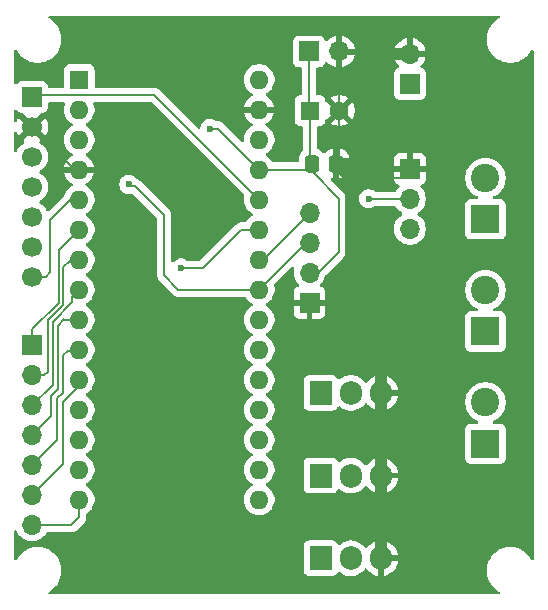
<source format=gbr>
%TF.GenerationSoftware,KiCad,Pcbnew,9.0.1*%
%TF.CreationDate,2025-04-18T16:01:06+02:00*%
%TF.ProjectId,K-Pillar,4b2d5069-6c6c-4617-922e-6b696361645f,rev?*%
%TF.SameCoordinates,Original*%
%TF.FileFunction,Copper,L1,Top*%
%TF.FilePolarity,Positive*%
%FSLAX46Y46*%
G04 Gerber Fmt 4.6, Leading zero omitted, Abs format (unit mm)*
G04 Created by KiCad (PCBNEW 9.0.1) date 2025-04-18 16:01:06*
%MOMM*%
%LPD*%
G01*
G04 APERTURE LIST*
G04 Aperture macros list*
%AMRoundRect*
0 Rectangle with rounded corners*
0 $1 Rounding radius*
0 $2 $3 $4 $5 $6 $7 $8 $9 X,Y pos of 4 corners*
0 Add a 4 corners polygon primitive as box body*
4,1,4,$2,$3,$4,$5,$6,$7,$8,$9,$2,$3,0*
0 Add four circle primitives for the rounded corners*
1,1,$1+$1,$2,$3*
1,1,$1+$1,$4,$5*
1,1,$1+$1,$6,$7*
1,1,$1+$1,$8,$9*
0 Add four rect primitives between the rounded corners*
20,1,$1+$1,$2,$3,$4,$5,0*
20,1,$1+$1,$4,$5,$6,$7,0*
20,1,$1+$1,$6,$7,$8,$9,0*
20,1,$1+$1,$8,$9,$2,$3,0*%
G04 Aperture macros list end*
%TA.AperFunction,ComponentPad*%
%ADD10O,1.905000X2.000000*%
%TD*%
%TA.AperFunction,ComponentPad*%
%ADD11R,1.905000X2.000000*%
%TD*%
%TA.AperFunction,ComponentPad*%
%ADD12R,1.700000X1.700000*%
%TD*%
%TA.AperFunction,ComponentPad*%
%ADD13O,1.700000X1.700000*%
%TD*%
%TA.AperFunction,ComponentPad*%
%ADD14C,1.700000*%
%TD*%
%TA.AperFunction,SMDPad,CuDef*%
%ADD15RoundRect,0.250000X0.337500X0.475000X-0.337500X0.475000X-0.337500X-0.475000X0.337500X-0.475000X0*%
%TD*%
%TA.AperFunction,ComponentPad*%
%ADD16R,2.400000X2.400000*%
%TD*%
%TA.AperFunction,ComponentPad*%
%ADD17C,2.400000*%
%TD*%
%TA.AperFunction,ComponentPad*%
%ADD18R,1.600000X1.600000*%
%TD*%
%TA.AperFunction,ComponentPad*%
%ADD19O,1.600000X1.600000*%
%TD*%
%TA.AperFunction,ComponentPad*%
%ADD20C,1.600000*%
%TD*%
%TA.AperFunction,ViaPad*%
%ADD21C,0.600000*%
%TD*%
%TA.AperFunction,Conductor*%
%ADD22C,1.000000*%
%TD*%
%TA.AperFunction,Conductor*%
%ADD23C,0.200000*%
%TD*%
G04 APERTURE END LIST*
D10*
%TO.P,Q1,3,S*%
%TO.N,GND*%
X57040000Y-66445000D03*
%TO.P,Q1,2,D*%
%TO.N,Net-(M1--)*%
X54500000Y-66445000D03*
D11*
%TO.P,Q1,1,G*%
%TO.N,PUMP1*%
X51960000Y-66445000D03*
%TD*%
D12*
%TO.P,J1,1,Pin_1*%
%TO.N,GND*%
X51000000Y-44800000D03*
D13*
%TO.P,J1,2,Pin_2*%
%TO.N,+5V*%
X51000000Y-42260000D03*
%TO.P,J1,3,Pin_3*%
%TO.N,RTC_SDA*%
X51000000Y-39720000D03*
%TO.P,J1,4,Pin_4*%
%TO.N,RTC_SCL*%
X51000000Y-37180000D03*
%TD*%
D12*
%TO.P,J4,1,Pin_1*%
%TO.N,RTC_BAT*%
X27500000Y-27380000D03*
D14*
%TO.P,J4,2,Pin_2*%
%TO.N,GND*%
X27500000Y-29920000D03*
%TO.P,J4,3,Pin_3*%
%TO.N,+5V*%
X27500000Y-32460000D03*
%TO.P,J4,4,Pin_4*%
%TO.N,RTC_SDA*%
X27500000Y-35000000D03*
%TO.P,J4,5,Pin_5*%
%TO.N,RTC_SCL*%
X27500000Y-37540000D03*
%TO.P,J4,6,Pin_6*%
%TO.N,RTC_DS*%
X27500000Y-40080000D03*
%TO.P,J4,7,Pin_7*%
%TO.N,RTC_SQ*%
X27500000Y-42620000D03*
%TD*%
D12*
%TO.P,J2,1,Pin_1*%
%TO.N,Net-(A1-D3)*%
X27500000Y-48420000D03*
D13*
%TO.P,J2,2,Pin_2*%
%TO.N,Net-(A1-D4)*%
X27500000Y-50960000D03*
%TO.P,J2,3,Pin_3*%
%TO.N,Net-(A1-D5)*%
X27500000Y-53500000D03*
%TO.P,J2,4,Pin_4*%
%TO.N,Net-(A1-D6)*%
X27500000Y-56040000D03*
%TO.P,J2,5,Pin_5*%
%TO.N,Net-(A1-D7)*%
X27500000Y-58580000D03*
%TO.P,J2,6,Pin_6*%
%TO.N,Net-(A1-D8)*%
X27500000Y-61120000D03*
%TO.P,J2,7,Pin_7*%
%TO.N,Net-(A1-D12)*%
X27500000Y-63660000D03*
%TD*%
D15*
%TO.P,C1,1*%
%TO.N,GND*%
X53277500Y-33040000D03*
%TO.P,C1,2*%
%TO.N,+5V*%
X51202500Y-33040000D03*
%TD*%
D12*
%TO.P,12V1,1,Pin_1*%
%TO.N,+12V*%
X59500000Y-26275000D03*
D13*
%TO.P,12V1,2,Pin_2*%
%TO.N,GND*%
X59500000Y-23735000D03*
%TD*%
D16*
%TO.P,M1,1,+*%
%TO.N,+12V*%
X65900000Y-56750000D03*
D17*
%TO.P,M1,2,-*%
%TO.N,Net-(M1--)*%
X65900000Y-53250000D03*
%TD*%
D16*
%TO.P,M3,1,+*%
%TO.N,+12V*%
X65900000Y-37750000D03*
D17*
%TO.P,M3,2,-*%
%TO.N,Net-(M3--)*%
X65900000Y-34250000D03*
%TD*%
D11*
%TO.P,Q2,1,G*%
%TO.N,PUMP2*%
X51960000Y-59445000D03*
D10*
%TO.P,Q2,2,D*%
%TO.N,Net-(M2--)*%
X54500000Y-59445000D03*
%TO.P,Q2,3,S*%
%TO.N,GND*%
X57040000Y-59445000D03*
%TD*%
D18*
%TO.P,A1,1,D1/TX*%
%TO.N,unconnected-(A1-D1{slash}TX-Pad1)*%
X31500000Y-25920000D03*
D19*
%TO.P,A1,2,D0/RX*%
%TO.N,unconnected-(A1-D0{slash}RX-Pad2)*%
X31500000Y-28460000D03*
%TO.P,A1,3,~{RESET}*%
%TO.N,unconnected-(A1-~{RESET}-Pad3)*%
X31500000Y-31000000D03*
%TO.P,A1,4,GND*%
%TO.N,GND*%
X31500000Y-33540000D03*
%TO.P,A1,5,D2*%
%TO.N,RTC_SQ*%
X31500000Y-36080000D03*
%TO.P,A1,6,D3*%
%TO.N,Net-(A1-D3)*%
X31500000Y-38620000D03*
%TO.P,A1,7,D4*%
%TO.N,Net-(A1-D4)*%
X31500000Y-41160000D03*
%TO.P,A1,8,D5*%
%TO.N,Net-(A1-D5)*%
X31500000Y-43700000D03*
%TO.P,A1,9,D6*%
%TO.N,Net-(A1-D6)*%
X31500000Y-46240000D03*
%TO.P,A1,10,D7*%
%TO.N,Net-(A1-D7)*%
X31500000Y-48780000D03*
%TO.P,A1,11,D8*%
%TO.N,Net-(A1-D8)*%
X31500000Y-51320000D03*
%TO.P,A1,12,D9*%
%TO.N,PUMP3*%
X31500000Y-53860000D03*
%TO.P,A1,13,D10*%
%TO.N,PUMP2*%
X31500000Y-56400000D03*
%TO.P,A1,14,D11*%
%TO.N,PUMP1*%
X31500000Y-58940000D03*
%TO.P,A1,15,D12*%
%TO.N,Net-(A1-D12)*%
X31500000Y-61480000D03*
%TO.P,A1,16,D13*%
%TO.N,unconnected-(A1-D13-Pad16)*%
X46740000Y-61480000D03*
%TO.P,A1,17,3V3*%
%TO.N,Net-(A1-3V3)*%
X46740000Y-58940000D03*
%TO.P,A1,18,AREF*%
%TO.N,Net-(A1-AREF)*%
X46740000Y-56400000D03*
%TO.P,A1,19,A0*%
%TO.N,unconnected-(A1-A0-Pad19)*%
X46740000Y-53860000D03*
%TO.P,A1,20,A1*%
%TO.N,unconnected-(A1-A1-Pad20)*%
X46740000Y-51320000D03*
%TO.P,A1,21,A2*%
%TO.N,unconnected-(A1-A2-Pad21)*%
X46740000Y-48780000D03*
%TO.P,A1,22,A3*%
%TO.N,Net-(A1-A3)*%
X46740000Y-46240000D03*
%TO.P,A1,23,A4*%
%TO.N,RTC_SDA*%
X46740000Y-43700000D03*
%TO.P,A1,24,A5*%
%TO.N,RTC_SCL*%
X46740000Y-41160000D03*
%TO.P,A1,25,A6*%
%TO.N,RTC_DS*%
X46740000Y-38620000D03*
%TO.P,A1,26,A7*%
%TO.N,RTC_BAT*%
X46740000Y-36080000D03*
%TO.P,A1,27,+5V*%
%TO.N,+5V*%
X46740000Y-33540000D03*
%TO.P,A1,28,~{RESET}*%
%TO.N,unconnected-(A1-~{RESET}-Pad28)*%
X46740000Y-31000000D03*
%TO.P,A1,29,GND*%
%TO.N,GND*%
X46740000Y-28460000D03*
%TO.P,A1,30,VIN*%
%TO.N,unconnected-(A1-VIN-Pad30)*%
X46740000Y-25920000D03*
%TD*%
D16*
%TO.P,M2,1,+*%
%TO.N,+12V*%
X65900000Y-47250000D03*
D17*
%TO.P,M2,2,-*%
%TO.N,Net-(M2--)*%
X65900000Y-43750000D03*
%TD*%
D12*
%TO.P,5V1,1,Pin_1*%
%TO.N,+5V*%
X50965000Y-23540000D03*
D13*
%TO.P,5V1,2,Pin_2*%
%TO.N,GND*%
X53505000Y-23540000D03*
%TD*%
D11*
%TO.P,Q3,1,G*%
%TO.N,PUMP3*%
X51960000Y-52445000D03*
D10*
%TO.P,Q3,2,D*%
%TO.N,Net-(M3--)*%
X54500000Y-52445000D03*
%TO.P,Q3,3,S*%
%TO.N,GND*%
X57040000Y-52445000D03*
%TD*%
D12*
%TO.P,J3,1,Pin_1*%
%TO.N,GND*%
X59500000Y-33475000D03*
D13*
%TO.P,J3,2,Pin_2*%
%TO.N,+5V*%
X59500000Y-36015000D03*
%TO.P,J3,3,Pin_3*%
%TO.N,Net-(A1-A3)*%
X59500000Y-38555000D03*
%TD*%
D18*
%TO.P,C2,1*%
%TO.N,+5V*%
X51034888Y-28540000D03*
D20*
%TO.P,C2,2*%
%TO.N,GND*%
X53534888Y-28540000D03*
%TD*%
D21*
%TO.N,RTC_DS*%
X40130000Y-41870000D03*
%TO.N,+5V*%
X42550000Y-30070000D03*
%TO.N,RTC_SDA*%
X35700000Y-34800000D03*
%TO.N,+5V*%
X56000000Y-36000000D03*
%TD*%
D22*
%TO.N,GND*%
X57040000Y-59445000D02*
X57040000Y-66445000D01*
X57040000Y-52445000D02*
X57040000Y-59445000D01*
X54500000Y-43000000D02*
X57040000Y-45540000D01*
X57040000Y-45540000D02*
X57040000Y-52445000D01*
D23*
%TO.N,Net-(A1-D12)*%
X31500000Y-62980000D02*
X31500000Y-61480000D01*
X30820000Y-63660000D02*
X31500000Y-62980000D01*
X27500000Y-63660000D02*
X30820000Y-63660000D01*
%TO.N,Net-(A1-D8)*%
X30170000Y-58450000D02*
X27500000Y-61120000D01*
X30170000Y-53200000D02*
X30170000Y-58450000D01*
X31500000Y-51870000D02*
X30170000Y-53200000D01*
X31500000Y-51320000D02*
X31500000Y-51870000D01*
%TO.N,Net-(A1-D7)*%
X31420000Y-48860000D02*
X31500000Y-48780000D01*
X30110000Y-49260000D02*
X30510000Y-48860000D01*
X30110000Y-52420000D02*
X30110000Y-49260000D01*
X30510000Y-48860000D02*
X31420000Y-48860000D01*
X29620000Y-52910000D02*
X30110000Y-52420000D01*
X27500000Y-58580000D02*
X29620000Y-56460000D01*
X29620000Y-56460000D02*
X29620000Y-52910000D01*
%TO.N,Net-(A1-D6)*%
X30220000Y-46240000D02*
X31500000Y-46240000D01*
X29140000Y-52690000D02*
X29672000Y-52158000D01*
X30210000Y-46230000D02*
X30220000Y-46240000D01*
X29140000Y-54400000D02*
X29140000Y-52690000D01*
X27500000Y-56040000D02*
X29140000Y-54400000D01*
X29672000Y-52158000D02*
X29672000Y-46768000D01*
X29672000Y-46768000D02*
X30210000Y-46230000D01*
%TO.N,Net-(A1-D5)*%
X30930000Y-44774200D02*
X30930000Y-44270000D01*
X29240000Y-50837100D02*
X29271000Y-50806100D01*
X29271000Y-46433200D02*
X30930000Y-44774200D01*
X29240000Y-51760000D02*
X29240000Y-50837100D01*
X27500000Y-53500000D02*
X29240000Y-51760000D01*
X29271000Y-50806100D02*
X29271000Y-46433200D01*
X30930000Y-44270000D02*
X31500000Y-43700000D01*
%TO.N,Net-(A1-D4)*%
X30690000Y-41300000D02*
X31360000Y-41300000D01*
X28870000Y-50640000D02*
X28870000Y-46267100D01*
X30160000Y-41830000D02*
X30690000Y-41300000D01*
X31360000Y-41300000D02*
X31500000Y-41160000D01*
X28550000Y-50960000D02*
X28870000Y-50640000D01*
X28870000Y-46267100D02*
X30160000Y-44977100D01*
X30160000Y-44977100D02*
X30160000Y-41830000D01*
X27500000Y-50960000D02*
X28550000Y-50960000D01*
%TO.N,Net-(A1-D3)*%
X29760000Y-40360000D02*
X31500000Y-38620000D01*
X27500000Y-47070000D02*
X29760000Y-44810000D01*
X29760000Y-44810000D02*
X29760000Y-40360000D01*
X27500000Y-48420000D02*
X27500000Y-47070000D01*
%TO.N,RTC_SQ*%
X29070000Y-37770000D02*
X30840000Y-36000000D01*
X29070000Y-42230000D02*
X29070000Y-37770000D01*
X31420000Y-36000000D02*
X31500000Y-36080000D01*
X28680000Y-42620000D02*
X29070000Y-42230000D01*
X27500000Y-42620000D02*
X28680000Y-42620000D01*
X30840000Y-36000000D02*
X31420000Y-36000000D01*
%TO.N,RTC_DS*%
X45230000Y-38620000D02*
X46740000Y-38620000D01*
X41980000Y-41870000D02*
X45230000Y-38620000D01*
X40130000Y-41870000D02*
X41980000Y-41870000D01*
%TO.N,GND*%
X31120000Y-33540000D02*
X31500000Y-33540000D01*
X27500000Y-29920000D02*
X31120000Y-33540000D01*
%TO.N,+5V*%
X43270000Y-30070000D02*
X42550000Y-30070000D01*
X46740000Y-33540000D02*
X43270000Y-30070000D01*
%TO.N,RTC_BAT*%
X27665816Y-27214184D02*
X27500000Y-27380000D01*
X37874184Y-27214184D02*
X27665816Y-27214184D01*
X46740000Y-36080000D02*
X37874184Y-27214184D01*
%TO.N,RTC_SDA*%
X39900000Y-43700000D02*
X46740000Y-43700000D01*
X38700000Y-42500000D02*
X39900000Y-43700000D01*
X38700000Y-37400000D02*
X38700000Y-42500000D01*
X36200000Y-34900000D02*
X38700000Y-37400000D01*
X35800000Y-34900000D02*
X36200000Y-34900000D01*
X35700000Y-34800000D02*
X35800000Y-34900000D01*
X46740000Y-43700000D02*
X50720000Y-39720000D01*
X50720000Y-39720000D02*
X51000000Y-39720000D01*
%TO.N,RTC_SCL*%
X47020000Y-41160000D02*
X51000000Y-37180000D01*
X46740000Y-41160000D02*
X47020000Y-41160000D01*
%TO.N,GND*%
X59500000Y-33475000D02*
X58712500Y-34262500D01*
X51000000Y-44800000D02*
X52700000Y-44800000D01*
X52700000Y-44800000D02*
X54500000Y-43000000D01*
D22*
X55722500Y-33040000D02*
X53277500Y-33040000D01*
D23*
X59500000Y-23735000D02*
X53700000Y-23735000D01*
D22*
X56500000Y-32262500D02*
X54500000Y-34262500D01*
X57500000Y-23735000D02*
X56500000Y-24735000D01*
X54500000Y-35500000D02*
X54500000Y-34262500D01*
D23*
X53700000Y-23735000D02*
X53505000Y-23540000D01*
D22*
X54500000Y-43000000D02*
X54500000Y-35500000D01*
X54500000Y-34262500D02*
X53277500Y-33040000D01*
D23*
X53534888Y-28540000D02*
X53534888Y-23569888D01*
D22*
X56500000Y-24735000D02*
X56500000Y-32262500D01*
X59500000Y-23735000D02*
X57500000Y-23735000D01*
D23*
X53277500Y-33040000D02*
X53534888Y-32782612D01*
X53534888Y-23569888D02*
X53505000Y-23540000D01*
D22*
X56500000Y-32262500D02*
X55722500Y-33040000D01*
D23*
X53534888Y-32782612D02*
X53534888Y-28540000D01*
X58712500Y-34262500D02*
X54500000Y-34262500D01*
%TO.N,unconnected-(A1-A0-Pad19)*%
X47360000Y-53860000D02*
X46740000Y-53860000D01*
%TO.N,+5V*%
X51202500Y-33702500D02*
X51202500Y-33040000D01*
X53500000Y-40500000D02*
X53500000Y-36000000D01*
X51034888Y-28540000D02*
X51034888Y-32872388D01*
X59500000Y-36015000D02*
X59485000Y-36000000D01*
X51000000Y-42260000D02*
X51740000Y-42260000D01*
X51034888Y-32872388D02*
X51202500Y-33040000D01*
X53500000Y-36000000D02*
X51202500Y-33702500D01*
X59485000Y-36000000D02*
X56000000Y-36000000D01*
X51740000Y-42260000D02*
X53500000Y-40500000D01*
X50702500Y-33540000D02*
X51202500Y-33040000D01*
X46740000Y-33540000D02*
X50702500Y-33540000D01*
X50965000Y-28470112D02*
X51034888Y-28540000D01*
X50965000Y-23540000D02*
X50965000Y-28470112D01*
%TD*%
%TA.AperFunction,Conductor*%
%TO.N,GND*%
G36*
X67066501Y-20520185D02*
G01*
X67112256Y-20572989D01*
X67122200Y-20642147D01*
X67093175Y-20705703D01*
X67061462Y-20731887D01*
X66886196Y-20833075D01*
X66678148Y-20992718D01*
X66492718Y-21178148D01*
X66333075Y-21386196D01*
X66201958Y-21613299D01*
X66201953Y-21613309D01*
X66101605Y-21855571D01*
X66101602Y-21855581D01*
X66033730Y-22108885D01*
X65999500Y-22368872D01*
X65999500Y-22631127D01*
X66020436Y-22790140D01*
X66033730Y-22891116D01*
X66101602Y-23144418D01*
X66101605Y-23144428D01*
X66201953Y-23386690D01*
X66201958Y-23386700D01*
X66333075Y-23613803D01*
X66492718Y-23821851D01*
X66492726Y-23821860D01*
X66678140Y-24007274D01*
X66678148Y-24007281D01*
X66886196Y-24166924D01*
X67113299Y-24298041D01*
X67113309Y-24298046D01*
X67355571Y-24398394D01*
X67355581Y-24398398D01*
X67608884Y-24466270D01*
X67857188Y-24498960D01*
X67868135Y-24500402D01*
X67868880Y-24500500D01*
X67868887Y-24500500D01*
X68131113Y-24500500D01*
X68131120Y-24500500D01*
X68391116Y-24466270D01*
X68644419Y-24398398D01*
X68886697Y-24298043D01*
X69113803Y-24166924D01*
X69321851Y-24007282D01*
X69321855Y-24007277D01*
X69321860Y-24007274D01*
X69507274Y-23821860D01*
X69507277Y-23821855D01*
X69507282Y-23821851D01*
X69666924Y-23613803D01*
X69666927Y-23613798D01*
X69768113Y-23438538D01*
X69818679Y-23390322D01*
X69887286Y-23377098D01*
X69952151Y-23403066D01*
X69992680Y-23459980D01*
X69999500Y-23500537D01*
X69999500Y-66499462D01*
X69979815Y-66566501D01*
X69927011Y-66612256D01*
X69857853Y-66622200D01*
X69794297Y-66593175D01*
X69768113Y-66561462D01*
X69666924Y-66386196D01*
X69507281Y-66178148D01*
X69507274Y-66178140D01*
X69321860Y-65992726D01*
X69321851Y-65992718D01*
X69113803Y-65833075D01*
X68886700Y-65701958D01*
X68886690Y-65701953D01*
X68644428Y-65601605D01*
X68644421Y-65601603D01*
X68644419Y-65601602D01*
X68391116Y-65533730D01*
X68333339Y-65526123D01*
X68131127Y-65499500D01*
X68131120Y-65499500D01*
X67868880Y-65499500D01*
X67868872Y-65499500D01*
X67637772Y-65529926D01*
X67608884Y-65533730D01*
X67441691Y-65578529D01*
X67355581Y-65601602D01*
X67355571Y-65601605D01*
X67113309Y-65701953D01*
X67113299Y-65701958D01*
X66886196Y-65833075D01*
X66678148Y-65992718D01*
X66492718Y-66178148D01*
X66333075Y-66386196D01*
X66201958Y-66613299D01*
X66201953Y-66613309D01*
X66101605Y-66855571D01*
X66101602Y-66855581D01*
X66033730Y-67108885D01*
X65999500Y-67368872D01*
X65999500Y-67631127D01*
X66013205Y-67735217D01*
X66033730Y-67891116D01*
X66055178Y-67971161D01*
X66101602Y-68144418D01*
X66101605Y-68144428D01*
X66201953Y-68386690D01*
X66201958Y-68386700D01*
X66333075Y-68613803D01*
X66492718Y-68821851D01*
X66492726Y-68821860D01*
X66678140Y-69007274D01*
X66678148Y-69007281D01*
X66886196Y-69166924D01*
X67061462Y-69268113D01*
X67109677Y-69318680D01*
X67122901Y-69387287D01*
X67096933Y-69452151D01*
X67040019Y-69492680D01*
X66999462Y-69499500D01*
X29000538Y-69499500D01*
X28933499Y-69479815D01*
X28887744Y-69427011D01*
X28877800Y-69357853D01*
X28906825Y-69294297D01*
X28938538Y-69268113D01*
X29113803Y-69166924D01*
X29321851Y-69007282D01*
X29321855Y-69007277D01*
X29321860Y-69007274D01*
X29507274Y-68821860D01*
X29507277Y-68821855D01*
X29507282Y-68821851D01*
X29666924Y-68613803D01*
X29798043Y-68386697D01*
X29898398Y-68144419D01*
X29966270Y-67891116D01*
X30000500Y-67631120D01*
X30000500Y-67368880D01*
X29966270Y-67108884D01*
X29898398Y-66855581D01*
X29802019Y-66622901D01*
X29798046Y-66613309D01*
X29798041Y-66613299D01*
X29666924Y-66386196D01*
X29507281Y-66178148D01*
X29507274Y-66178140D01*
X29321860Y-65992726D01*
X29321851Y-65992718D01*
X29113803Y-65833075D01*
X28886700Y-65701958D01*
X28886690Y-65701953D01*
X28644428Y-65601605D01*
X28644421Y-65601603D01*
X28644419Y-65601602D01*
X28391116Y-65533730D01*
X28254645Y-65515762D01*
X28131127Y-65499500D01*
X28131120Y-65499500D01*
X27868880Y-65499500D01*
X27868872Y-65499500D01*
X27637772Y-65529926D01*
X27608884Y-65533730D01*
X27441691Y-65578529D01*
X27355581Y-65601602D01*
X27355571Y-65601605D01*
X27113309Y-65701953D01*
X27113299Y-65701958D01*
X26886196Y-65833075D01*
X26678148Y-65992718D01*
X26492718Y-66178148D01*
X26333075Y-66386196D01*
X26231887Y-66561462D01*
X26181320Y-66609677D01*
X26112713Y-66622901D01*
X26047849Y-66596933D01*
X26007320Y-66540019D01*
X26000500Y-66499462D01*
X26000500Y-65397135D01*
X50507000Y-65397135D01*
X50507000Y-67492870D01*
X50507001Y-67492876D01*
X50513408Y-67552483D01*
X50563702Y-67687328D01*
X50563706Y-67687335D01*
X50649952Y-67802544D01*
X50649955Y-67802547D01*
X50765164Y-67888793D01*
X50765171Y-67888797D01*
X50900017Y-67939091D01*
X50900016Y-67939091D01*
X50906944Y-67939835D01*
X50959627Y-67945500D01*
X52960372Y-67945499D01*
X53019983Y-67939091D01*
X53154831Y-67888796D01*
X53270046Y-67802546D01*
X53356296Y-67687331D01*
X53366690Y-67659460D01*
X53408560Y-67603527D01*
X53474023Y-67579108D01*
X53542297Y-67593958D01*
X53555746Y-67602465D01*
X53738462Y-67735217D01*
X53846255Y-67790140D01*
X53942244Y-67839049D01*
X54159751Y-67909721D01*
X54159752Y-67909721D01*
X54159755Y-67909722D01*
X54385646Y-67945500D01*
X54385647Y-67945500D01*
X54614353Y-67945500D01*
X54614354Y-67945500D01*
X54840245Y-67909722D01*
X54840248Y-67909721D01*
X54840249Y-67909721D01*
X55057755Y-67839049D01*
X55057755Y-67839048D01*
X55057758Y-67839048D01*
X55261538Y-67735217D01*
X55446566Y-67600786D01*
X55608286Y-67439066D01*
X55669992Y-67354134D01*
X55725319Y-67311470D01*
X55794932Y-67305491D01*
X55856727Y-67338096D01*
X55870626Y-67354135D01*
X55932097Y-67438741D01*
X55932097Y-67438742D01*
X56093757Y-67600402D01*
X56278723Y-67734788D01*
X56482429Y-67838582D01*
X56699871Y-67909234D01*
X56790000Y-67923509D01*
X56790000Y-66935747D01*
X56827708Y-66957518D01*
X56967591Y-66995000D01*
X57112409Y-66995000D01*
X57252292Y-66957518D01*
X57290000Y-66935747D01*
X57290000Y-67923508D01*
X57380128Y-67909234D01*
X57597570Y-67838582D01*
X57801276Y-67734788D01*
X57986242Y-67600402D01*
X58147902Y-67438742D01*
X58282288Y-67253776D01*
X58386082Y-67050070D01*
X58456734Y-66832628D01*
X58478532Y-66695000D01*
X57530748Y-66695000D01*
X57552518Y-66657292D01*
X57590000Y-66517409D01*
X57590000Y-66372591D01*
X57552518Y-66232708D01*
X57530748Y-66195000D01*
X58478532Y-66195000D01*
X58456734Y-66057371D01*
X58386082Y-65839929D01*
X58282288Y-65636223D01*
X58147902Y-65451257D01*
X57986242Y-65289597D01*
X57801276Y-65155211D01*
X57597568Y-65051417D01*
X57380124Y-64980765D01*
X57290000Y-64966490D01*
X57290000Y-65954252D01*
X57252292Y-65932482D01*
X57112409Y-65895000D01*
X56967591Y-65895000D01*
X56827708Y-65932482D01*
X56790000Y-65954252D01*
X56790000Y-64966490D01*
X56789999Y-64966490D01*
X56699875Y-64980765D01*
X56482431Y-65051417D01*
X56278723Y-65155211D01*
X56093757Y-65289597D01*
X55932097Y-65451257D01*
X55870627Y-65535864D01*
X55815297Y-65578529D01*
X55745684Y-65584508D01*
X55683889Y-65551902D01*
X55669991Y-65535864D01*
X55668441Y-65533730D01*
X55608286Y-65450934D01*
X55446566Y-65289214D01*
X55261538Y-65154783D01*
X55057755Y-65050950D01*
X54840248Y-64980278D01*
X54654812Y-64950908D01*
X54614354Y-64944500D01*
X54385646Y-64944500D01*
X54345188Y-64950908D01*
X54159753Y-64980278D01*
X54159750Y-64980278D01*
X53942244Y-65050950D01*
X53738461Y-65154783D01*
X53555759Y-65287525D01*
X53489952Y-65311005D01*
X53421898Y-65295180D01*
X53373203Y-65245074D01*
X53366690Y-65230538D01*
X53356296Y-65202669D01*
X53356293Y-65202664D01*
X53270047Y-65087455D01*
X53270044Y-65087452D01*
X53154835Y-65001206D01*
X53154828Y-65001202D01*
X53019982Y-64950908D01*
X53019983Y-64950908D01*
X52960383Y-64944501D01*
X52960381Y-64944500D01*
X52960373Y-64944500D01*
X52960364Y-64944500D01*
X50959629Y-64944500D01*
X50959623Y-64944501D01*
X50900016Y-64950908D01*
X50765171Y-65001202D01*
X50765164Y-65001206D01*
X50649955Y-65087452D01*
X50649952Y-65087455D01*
X50563706Y-65202664D01*
X50563702Y-65202671D01*
X50513408Y-65337517D01*
X50507001Y-65397116D01*
X50507000Y-65397135D01*
X26000500Y-65397135D01*
X26000500Y-64198226D01*
X26020185Y-64131187D01*
X26072989Y-64085432D01*
X26142147Y-64075488D01*
X26205703Y-64104513D01*
X26242431Y-64159908D01*
X26248444Y-64178414D01*
X26344951Y-64367820D01*
X26469890Y-64539786D01*
X26620213Y-64690109D01*
X26792179Y-64815048D01*
X26792181Y-64815049D01*
X26792184Y-64815051D01*
X26981588Y-64911557D01*
X27183757Y-64977246D01*
X27393713Y-65010500D01*
X27393714Y-65010500D01*
X27606286Y-65010500D01*
X27606287Y-65010500D01*
X27816243Y-64977246D01*
X28018412Y-64911557D01*
X28207816Y-64815051D01*
X28229789Y-64799086D01*
X28379786Y-64690109D01*
X28379788Y-64690106D01*
X28379792Y-64690104D01*
X28530104Y-64539792D01*
X28530106Y-64539788D01*
X28530109Y-64539786D01*
X28588661Y-64459193D01*
X28655051Y-64367816D01*
X28655349Y-64367230D01*
X28675235Y-64328205D01*
X28723209Y-64277409D01*
X28785719Y-64260500D01*
X30733331Y-64260500D01*
X30733347Y-64260501D01*
X30740943Y-64260501D01*
X30899054Y-64260501D01*
X30899057Y-64260501D01*
X31051785Y-64219577D01*
X31101904Y-64190639D01*
X31188716Y-64140520D01*
X31300520Y-64028716D01*
X31300520Y-64028714D01*
X31310728Y-64018507D01*
X31310730Y-64018504D01*
X31868713Y-63460521D01*
X31868716Y-63460520D01*
X31980520Y-63348716D01*
X32030639Y-63261904D01*
X32059577Y-63211785D01*
X32100500Y-63059058D01*
X32100500Y-62900943D01*
X32100500Y-62709601D01*
X32120185Y-62642562D01*
X32168206Y-62599116D01*
X32181610Y-62592287D01*
X32347219Y-62471966D01*
X32491966Y-62327219D01*
X32491968Y-62327215D01*
X32491971Y-62327213D01*
X32544732Y-62254590D01*
X32612287Y-62161610D01*
X32705220Y-61979219D01*
X32768477Y-61784534D01*
X32800500Y-61582352D01*
X32800500Y-61377648D01*
X32768477Y-61175465D01*
X32705218Y-60980776D01*
X32658351Y-60888796D01*
X32612287Y-60798390D01*
X32566078Y-60734788D01*
X32491971Y-60632786D01*
X32347213Y-60488028D01*
X32181614Y-60367715D01*
X32175006Y-60364348D01*
X32088917Y-60320483D01*
X32038123Y-60272511D01*
X32021328Y-60204690D01*
X32043865Y-60138555D01*
X32088917Y-60099516D01*
X32181610Y-60052287D01*
X32202770Y-60036913D01*
X32347213Y-59931971D01*
X32347215Y-59931968D01*
X32347219Y-59931966D01*
X32491966Y-59787219D01*
X32491968Y-59787215D01*
X32491971Y-59787213D01*
X32558966Y-59695000D01*
X32612287Y-59621610D01*
X32705220Y-59439219D01*
X32768477Y-59244534D01*
X32800500Y-59042352D01*
X32800500Y-58837648D01*
X32777940Y-58695212D01*
X32768477Y-58635465D01*
X32708378Y-58450500D01*
X32705220Y-58440781D01*
X32705218Y-58440778D01*
X32705218Y-58440776D01*
X32652604Y-58337517D01*
X32612287Y-58258390D01*
X32582173Y-58216941D01*
X32491971Y-58092786D01*
X32347213Y-57948028D01*
X32181614Y-57827715D01*
X32175006Y-57824348D01*
X32088917Y-57780483D01*
X32038123Y-57732511D01*
X32021328Y-57664690D01*
X32043865Y-57598555D01*
X32088917Y-57559516D01*
X32181610Y-57512287D01*
X32229500Y-57477493D01*
X32347213Y-57391971D01*
X32347215Y-57391968D01*
X32347219Y-57391966D01*
X32491966Y-57247219D01*
X32491968Y-57247215D01*
X32491971Y-57247213D01*
X32544732Y-57174590D01*
X32612287Y-57081610D01*
X32705220Y-56899219D01*
X32768477Y-56704534D01*
X32800500Y-56502352D01*
X32800500Y-56297648D01*
X32786818Y-56211264D01*
X32768477Y-56095465D01*
X32705218Y-55900776D01*
X32671503Y-55834607D01*
X32612287Y-55718390D01*
X32604556Y-55707749D01*
X32491971Y-55552786D01*
X32347213Y-55408028D01*
X32181614Y-55287715D01*
X32175006Y-55284348D01*
X32088917Y-55240483D01*
X32038123Y-55192511D01*
X32021328Y-55124690D01*
X32043865Y-55058555D01*
X32088917Y-55019516D01*
X32181610Y-54972287D01*
X32202770Y-54956913D01*
X32347213Y-54851971D01*
X32347215Y-54851968D01*
X32347219Y-54851966D01*
X32491966Y-54707219D01*
X32491968Y-54707215D01*
X32491971Y-54707213D01*
X32544732Y-54634590D01*
X32612287Y-54541610D01*
X32705220Y-54359219D01*
X32768477Y-54164534D01*
X32800500Y-53962352D01*
X32800500Y-53757648D01*
X32784949Y-53659462D01*
X32768477Y-53555465D01*
X32715920Y-53393713D01*
X32705220Y-53360781D01*
X32705218Y-53360778D01*
X32705218Y-53360776D01*
X32671503Y-53294607D01*
X32612287Y-53178390D01*
X32583337Y-53138543D01*
X32491971Y-53012786D01*
X32347213Y-52868028D01*
X32181614Y-52747715D01*
X32175006Y-52744348D01*
X32088917Y-52700483D01*
X32038123Y-52652511D01*
X32021328Y-52584690D01*
X32043865Y-52518555D01*
X32088917Y-52479516D01*
X32181610Y-52432287D01*
X32202770Y-52416913D01*
X32347213Y-52311971D01*
X32347215Y-52311968D01*
X32347219Y-52311966D01*
X32491966Y-52167219D01*
X32491968Y-52167215D01*
X32491971Y-52167213D01*
X32544732Y-52094590D01*
X32612287Y-52001610D01*
X32705220Y-51819219D01*
X32768477Y-51624534D01*
X32800500Y-51422352D01*
X32800500Y-51217648D01*
X32779879Y-51087452D01*
X32768477Y-51015465D01*
X32705218Y-50820776D01*
X32671503Y-50754607D01*
X32612287Y-50638390D01*
X32604556Y-50627749D01*
X32491971Y-50472786D01*
X32347213Y-50328028D01*
X32181614Y-50207715D01*
X32175006Y-50204348D01*
X32088917Y-50160483D01*
X32038123Y-50112511D01*
X32021328Y-50044690D01*
X32043865Y-49978555D01*
X32088917Y-49939516D01*
X32181610Y-49892287D01*
X32212086Y-49870145D01*
X32347213Y-49771971D01*
X32347215Y-49771968D01*
X32347219Y-49771966D01*
X32491966Y-49627219D01*
X32491968Y-49627215D01*
X32491971Y-49627213D01*
X32558392Y-49535791D01*
X32612287Y-49461610D01*
X32705220Y-49279219D01*
X32768477Y-49084534D01*
X32800500Y-48882352D01*
X32800500Y-48677648D01*
X32768477Y-48475465D01*
X32705218Y-48280776D01*
X32671503Y-48214607D01*
X32612287Y-48098390D01*
X32604556Y-48087749D01*
X32491971Y-47932786D01*
X32347213Y-47788028D01*
X32181614Y-47667715D01*
X32175006Y-47664348D01*
X32088917Y-47620483D01*
X32038123Y-47572511D01*
X32021328Y-47504690D01*
X32043865Y-47438555D01*
X32088917Y-47399516D01*
X32181610Y-47352287D01*
X32247786Y-47304208D01*
X32347213Y-47231971D01*
X32347215Y-47231968D01*
X32347219Y-47231966D01*
X32491966Y-47087219D01*
X32491968Y-47087215D01*
X32491971Y-47087213D01*
X32561914Y-46990943D01*
X32612287Y-46921610D01*
X32705220Y-46739219D01*
X32768477Y-46544534D01*
X32800500Y-46342352D01*
X32800500Y-46137648D01*
X32779036Y-46002129D01*
X32768477Y-45935465D01*
X32726953Y-45807669D01*
X32705220Y-45740781D01*
X32705218Y-45740778D01*
X32705218Y-45740776D01*
X32671503Y-45674607D01*
X32612287Y-45558390D01*
X32561708Y-45488773D01*
X32491971Y-45392786D01*
X32347213Y-45248028D01*
X32181614Y-45127715D01*
X32140972Y-45107007D01*
X32088917Y-45080483D01*
X32038123Y-45032511D01*
X32021328Y-44964690D01*
X32043865Y-44898555D01*
X32088917Y-44859516D01*
X32181610Y-44812287D01*
X32202770Y-44796913D01*
X32347213Y-44691971D01*
X32347215Y-44691968D01*
X32347219Y-44691966D01*
X32491966Y-44547219D01*
X32491968Y-44547215D01*
X32491971Y-44547213D01*
X32544732Y-44474590D01*
X32612287Y-44381610D01*
X32705220Y-44199219D01*
X32768477Y-44004534D01*
X32800500Y-43802352D01*
X32800500Y-43597648D01*
X32786087Y-43506649D01*
X32768477Y-43395465D01*
X32731599Y-43281968D01*
X32705220Y-43200781D01*
X32705218Y-43200778D01*
X32705218Y-43200776D01*
X32654134Y-43100520D01*
X32612287Y-43018390D01*
X32575543Y-42967816D01*
X32491971Y-42852786D01*
X32347213Y-42708028D01*
X32181614Y-42587715D01*
X32159091Y-42576239D01*
X32088917Y-42540483D01*
X32038123Y-42492511D01*
X32021328Y-42424690D01*
X32043865Y-42358555D01*
X32088917Y-42319516D01*
X32181610Y-42272287D01*
X32274272Y-42204965D01*
X32347213Y-42151971D01*
X32347215Y-42151968D01*
X32347219Y-42151966D01*
X32491966Y-42007219D01*
X32491968Y-42007215D01*
X32491971Y-42007213D01*
X32578438Y-41888199D01*
X32612287Y-41841610D01*
X32705220Y-41659219D01*
X32768477Y-41464534D01*
X32800500Y-41262352D01*
X32800500Y-41057648D01*
X32768477Y-40855466D01*
X32746497Y-40787820D01*
X32734243Y-40750104D01*
X32705220Y-40660781D01*
X32705218Y-40660778D01*
X32705218Y-40660776D01*
X32649379Y-40551187D01*
X32612287Y-40478390D01*
X32565019Y-40413330D01*
X32491971Y-40312786D01*
X32347213Y-40168028D01*
X32181614Y-40047715D01*
X32159091Y-40036239D01*
X32088917Y-40000483D01*
X32038123Y-39952511D01*
X32021328Y-39884690D01*
X32043865Y-39818555D01*
X32088917Y-39779516D01*
X32181610Y-39732287D01*
X32202770Y-39716913D01*
X32347213Y-39611971D01*
X32347215Y-39611968D01*
X32347219Y-39611966D01*
X32491966Y-39467219D01*
X32491968Y-39467215D01*
X32491971Y-39467213D01*
X32561016Y-39372179D01*
X32612287Y-39301610D01*
X32705220Y-39119219D01*
X32768477Y-38924534D01*
X32800500Y-38722352D01*
X32800500Y-38517648D01*
X32768477Y-38315466D01*
X32746497Y-38247820D01*
X32711296Y-38139481D01*
X32705220Y-38120781D01*
X32705218Y-38120778D01*
X32705218Y-38120776D01*
X32662320Y-38036585D01*
X32612287Y-37938390D01*
X32575543Y-37887816D01*
X32491971Y-37772786D01*
X32347213Y-37628028D01*
X32181614Y-37507715D01*
X32159091Y-37496239D01*
X32088917Y-37460483D01*
X32038123Y-37412511D01*
X32021328Y-37344690D01*
X32043865Y-37278555D01*
X32088917Y-37239516D01*
X32181610Y-37192287D01*
X32206073Y-37174514D01*
X32347213Y-37071971D01*
X32347215Y-37071968D01*
X32347219Y-37071966D01*
X32491966Y-36927219D01*
X32491968Y-36927215D01*
X32491971Y-36927213D01*
X32584032Y-36800500D01*
X32612287Y-36761610D01*
X32705220Y-36579219D01*
X32768477Y-36384534D01*
X32800500Y-36182352D01*
X32800500Y-35977648D01*
X32777035Y-35829500D01*
X32768477Y-35775465D01*
X32718230Y-35620821D01*
X32705220Y-35580781D01*
X32705218Y-35580777D01*
X32705218Y-35580776D01*
X32649379Y-35471187D01*
X32612287Y-35398390D01*
X32597626Y-35378211D01*
X32491971Y-35232786D01*
X32347213Y-35088028D01*
X32181611Y-34967713D01*
X32088369Y-34920203D01*
X32037574Y-34872229D01*
X32020779Y-34804407D01*
X32043317Y-34738273D01*
X32088371Y-34699234D01*
X32181347Y-34651861D01*
X32346894Y-34531582D01*
X32346895Y-34531582D01*
X32491582Y-34386895D01*
X32491582Y-34386894D01*
X32611859Y-34221349D01*
X32704755Y-34039029D01*
X32767990Y-33844413D01*
X32776609Y-33790000D01*
X31933012Y-33790000D01*
X31965925Y-33732993D01*
X32000000Y-33605826D01*
X32000000Y-33474174D01*
X31965925Y-33347007D01*
X31933012Y-33290000D01*
X32776609Y-33290000D01*
X32767990Y-33235586D01*
X32704755Y-33040970D01*
X32611859Y-32858650D01*
X32491582Y-32693105D01*
X32491582Y-32693104D01*
X32346895Y-32548417D01*
X32181349Y-32428140D01*
X32088370Y-32380765D01*
X32037574Y-32332790D01*
X32020779Y-32264969D01*
X32043316Y-32198835D01*
X32088370Y-32159795D01*
X32092676Y-32157601D01*
X32181610Y-32112287D01*
X32274272Y-32044965D01*
X32347213Y-31991971D01*
X32347215Y-31991968D01*
X32347219Y-31991966D01*
X32491966Y-31847219D01*
X32491968Y-31847215D01*
X32491971Y-31847213D01*
X32561016Y-31752179D01*
X32612287Y-31681610D01*
X32705220Y-31499219D01*
X32768477Y-31304534D01*
X32800500Y-31102352D01*
X32800500Y-30897648D01*
X32791327Y-30839735D01*
X32768477Y-30695465D01*
X32705218Y-30500776D01*
X32648556Y-30389572D01*
X32612287Y-30318390D01*
X32572019Y-30262965D01*
X32491971Y-30152786D01*
X32347213Y-30008028D01*
X32181614Y-29887715D01*
X32127579Y-29860183D01*
X32088917Y-29840483D01*
X32038123Y-29792511D01*
X32021328Y-29724690D01*
X32043865Y-29658555D01*
X32088917Y-29619516D01*
X32181610Y-29572287D01*
X32202770Y-29556913D01*
X32347213Y-29451971D01*
X32347215Y-29451968D01*
X32347219Y-29451966D01*
X32491966Y-29307219D01*
X32491968Y-29307215D01*
X32491971Y-29307213D01*
X32600174Y-29158282D01*
X32612287Y-29141610D01*
X32705220Y-28959219D01*
X32768477Y-28764534D01*
X32800500Y-28562352D01*
X32800500Y-28357648D01*
X32778686Y-28219920D01*
X32768477Y-28155465D01*
X32731274Y-28040968D01*
X32710489Y-27977000D01*
X32708495Y-27907162D01*
X32744575Y-27847329D01*
X32807276Y-27816500D01*
X32828421Y-27814684D01*
X37574087Y-27814684D01*
X37641126Y-27834369D01*
X37661768Y-27851003D01*
X45445922Y-35635157D01*
X45479407Y-35696480D01*
X45476173Y-35761155D01*
X45471522Y-35775468D01*
X45439500Y-35977648D01*
X45439500Y-36182351D01*
X45471522Y-36384534D01*
X45534781Y-36579223D01*
X45598691Y-36704653D01*
X45607948Y-36722820D01*
X45627715Y-36761613D01*
X45748028Y-36927213D01*
X45892786Y-37071971D01*
X46033927Y-37174514D01*
X46058390Y-37192287D01*
X46149840Y-37238883D01*
X46151080Y-37239515D01*
X46201876Y-37287490D01*
X46218671Y-37355311D01*
X46196134Y-37421446D01*
X46151080Y-37460485D01*
X46058386Y-37507715D01*
X45892786Y-37628028D01*
X45748028Y-37772786D01*
X45627715Y-37938385D01*
X45620883Y-37951795D01*
X45572909Y-38002591D01*
X45510398Y-38019500D01*
X45150943Y-38019500D01*
X44998212Y-38060423D01*
X44962428Y-38081085D01*
X44962425Y-38081086D01*
X44861290Y-38139475D01*
X44861282Y-38139481D01*
X44749478Y-38251286D01*
X41767584Y-41233181D01*
X41706261Y-41266666D01*
X41679903Y-41269500D01*
X40709766Y-41269500D01*
X40642727Y-41249815D01*
X40640875Y-41248602D01*
X40509185Y-41160609D01*
X40509172Y-41160602D01*
X40363501Y-41100264D01*
X40363489Y-41100261D01*
X40208845Y-41069500D01*
X40208842Y-41069500D01*
X40051158Y-41069500D01*
X40051155Y-41069500D01*
X39896510Y-41100261D01*
X39896498Y-41100264D01*
X39750827Y-41160602D01*
X39750814Y-41160609D01*
X39619711Y-41248210D01*
X39619707Y-41248213D01*
X39512181Y-41355740D01*
X39450858Y-41389225D01*
X39381166Y-41384241D01*
X39325233Y-41342369D01*
X39300816Y-41276905D01*
X39300500Y-41268059D01*
X39300500Y-37489059D01*
X39300501Y-37489046D01*
X39300501Y-37320945D01*
X39300501Y-37320943D01*
X39259577Y-37168215D01*
X39209488Y-37081459D01*
X39180520Y-37031284D01*
X39068716Y-36919480D01*
X39068715Y-36919479D01*
X39064385Y-36915149D01*
X39064374Y-36915139D01*
X36687590Y-34538355D01*
X36687588Y-34538352D01*
X36568717Y-34419481D01*
X36568716Y-34419480D01*
X36481904Y-34369360D01*
X36431785Y-34340423D01*
X36374376Y-34325039D01*
X36366514Y-34321723D01*
X36345798Y-34304806D01*
X36326855Y-34293259D01*
X36326097Y-34294018D01*
X36322970Y-34290891D01*
X36322955Y-34290882D01*
X36322917Y-34290838D01*
X36210292Y-34178213D01*
X36210288Y-34178210D01*
X36079185Y-34090609D01*
X36079172Y-34090602D01*
X35933501Y-34030264D01*
X35933489Y-34030261D01*
X35778845Y-33999500D01*
X35778842Y-33999500D01*
X35621158Y-33999500D01*
X35621155Y-33999500D01*
X35466510Y-34030261D01*
X35466498Y-34030264D01*
X35320827Y-34090602D01*
X35320814Y-34090609D01*
X35189711Y-34178210D01*
X35189707Y-34178213D01*
X35078213Y-34289707D01*
X35078210Y-34289711D01*
X34990609Y-34420814D01*
X34990602Y-34420827D01*
X34930264Y-34566498D01*
X34930261Y-34566510D01*
X34899500Y-34721153D01*
X34899500Y-34878846D01*
X34930261Y-35033489D01*
X34930264Y-35033501D01*
X34990602Y-35179172D01*
X34990609Y-35179185D01*
X35078210Y-35310288D01*
X35078213Y-35310292D01*
X35189707Y-35421786D01*
X35189711Y-35421789D01*
X35320814Y-35509390D01*
X35320827Y-35509397D01*
X35463635Y-35568549D01*
X35466503Y-35569737D01*
X35621153Y-35600499D01*
X35621156Y-35600500D01*
X35621158Y-35600500D01*
X35778844Y-35600500D01*
X35778845Y-35600499D01*
X35824831Y-35591352D01*
X35939472Y-35568549D01*
X35939954Y-35570972D01*
X35998959Y-35570427D01*
X36052806Y-35602041D01*
X38063181Y-37612416D01*
X38096666Y-37673739D01*
X38099500Y-37700097D01*
X38099500Y-42413330D01*
X38099499Y-42413348D01*
X38099499Y-42579054D01*
X38099498Y-42579054D01*
X38140423Y-42731786D01*
X38140424Y-42731787D01*
X38167343Y-42778412D01*
X38219480Y-42868716D01*
X38219482Y-42868718D01*
X38338349Y-42987585D01*
X38338355Y-42987590D01*
X39415139Y-44064374D01*
X39415149Y-44064385D01*
X39419479Y-44068715D01*
X39419480Y-44068716D01*
X39531284Y-44180520D01*
X39531286Y-44180521D01*
X39581478Y-44209499D01*
X39581477Y-44209499D01*
X39581480Y-44209500D01*
X39668209Y-44259574D01*
X39668210Y-44259574D01*
X39668215Y-44259577D01*
X39820942Y-44300500D01*
X39820943Y-44300500D01*
X45510398Y-44300500D01*
X45577437Y-44320185D01*
X45620883Y-44368205D01*
X45627715Y-44381614D01*
X45748028Y-44547213D01*
X45892786Y-44691971D01*
X46047749Y-44804556D01*
X46058390Y-44812287D01*
X46149840Y-44858883D01*
X46151080Y-44859515D01*
X46201876Y-44907490D01*
X46218671Y-44975311D01*
X46196134Y-45041446D01*
X46151080Y-45080485D01*
X46058386Y-45127715D01*
X45892786Y-45248028D01*
X45748028Y-45392786D01*
X45627715Y-45558386D01*
X45534781Y-45740776D01*
X45471522Y-45935465D01*
X45439500Y-46137648D01*
X45439500Y-46342351D01*
X45471522Y-46544534D01*
X45534781Y-46739223D01*
X45585220Y-46838213D01*
X45620932Y-46908302D01*
X45627715Y-46921613D01*
X45748028Y-47087213D01*
X45892786Y-47231971D01*
X45992214Y-47304208D01*
X46058390Y-47352287D01*
X46149840Y-47398883D01*
X46151080Y-47399515D01*
X46201876Y-47447490D01*
X46218671Y-47515311D01*
X46196134Y-47581446D01*
X46151080Y-47620485D01*
X46058386Y-47667715D01*
X45892786Y-47788028D01*
X45748028Y-47932786D01*
X45627715Y-48098386D01*
X45534781Y-48280776D01*
X45471522Y-48475465D01*
X45439500Y-48677648D01*
X45439500Y-48882351D01*
X45471522Y-49084534D01*
X45534781Y-49279223D01*
X45627715Y-49461613D01*
X45748028Y-49627213D01*
X45892786Y-49771971D01*
X46027914Y-49870145D01*
X46058390Y-49892287D01*
X46132202Y-49929896D01*
X46151080Y-49939515D01*
X46201876Y-49987490D01*
X46218671Y-50055311D01*
X46196134Y-50121446D01*
X46151080Y-50160485D01*
X46058386Y-50207715D01*
X45892786Y-50328028D01*
X45748028Y-50472786D01*
X45627715Y-50638386D01*
X45534781Y-50820776D01*
X45471522Y-51015465D01*
X45439500Y-51217648D01*
X45439500Y-51422351D01*
X45471522Y-51624534D01*
X45534781Y-51819223D01*
X45573392Y-51895000D01*
X45621850Y-51990104D01*
X45627715Y-52001613D01*
X45748028Y-52167213D01*
X45892786Y-52311971D01*
X46047749Y-52424556D01*
X46058390Y-52432287D01*
X46132190Y-52469890D01*
X46151080Y-52479515D01*
X46201876Y-52527490D01*
X46218671Y-52595311D01*
X46196134Y-52661446D01*
X46151080Y-52700485D01*
X46058386Y-52747715D01*
X45892786Y-52868028D01*
X45748028Y-53012786D01*
X45627715Y-53178386D01*
X45534781Y-53360776D01*
X45471522Y-53555465D01*
X45439500Y-53757648D01*
X45439500Y-53962351D01*
X45471522Y-54164534D01*
X45534781Y-54359223D01*
X45545259Y-54379786D01*
X45622433Y-54531248D01*
X45627715Y-54541613D01*
X45748028Y-54707213D01*
X45892786Y-54851971D01*
X46047749Y-54964556D01*
X46058390Y-54972287D01*
X46132190Y-55009890D01*
X46151080Y-55019515D01*
X46201876Y-55067490D01*
X46218671Y-55135311D01*
X46196134Y-55201446D01*
X46151080Y-55240485D01*
X46058386Y-55287715D01*
X45892786Y-55408028D01*
X45748028Y-55552786D01*
X45627715Y-55718386D01*
X45534781Y-55900776D01*
X45471522Y-56095465D01*
X45439500Y-56297648D01*
X45439500Y-56502351D01*
X45471522Y-56704534D01*
X45534781Y-56899223D01*
X45545259Y-56919786D01*
X45621850Y-57070104D01*
X45627715Y-57081613D01*
X45748028Y-57247213D01*
X45892786Y-57391971D01*
X46047749Y-57504556D01*
X46058390Y-57512287D01*
X46118499Y-57542914D01*
X46151080Y-57559515D01*
X46201876Y-57607490D01*
X46218671Y-57675311D01*
X46196134Y-57741446D01*
X46151080Y-57780485D01*
X46058386Y-57827715D01*
X45892786Y-57948028D01*
X45748028Y-58092786D01*
X45627715Y-58258386D01*
X45534781Y-58440776D01*
X45471522Y-58635465D01*
X45439500Y-58837648D01*
X45439500Y-59042352D01*
X45441879Y-59057371D01*
X45471522Y-59244534D01*
X45534781Y-59439223D01*
X45598691Y-59564653D01*
X45621850Y-59610104D01*
X45627715Y-59621613D01*
X45748028Y-59787213D01*
X45892786Y-59931971D01*
X46047749Y-60044556D01*
X46058390Y-60052287D01*
X46132190Y-60089890D01*
X46151080Y-60099515D01*
X46201876Y-60147490D01*
X46218671Y-60215311D01*
X46196134Y-60281446D01*
X46151080Y-60320485D01*
X46058386Y-60367715D01*
X45892786Y-60488028D01*
X45748028Y-60632786D01*
X45627715Y-60798386D01*
X45534781Y-60980776D01*
X45471522Y-61175465D01*
X45439500Y-61377648D01*
X45439500Y-61582351D01*
X45471522Y-61784534D01*
X45534781Y-61979223D01*
X45545259Y-61999786D01*
X45621850Y-62150104D01*
X45627715Y-62161613D01*
X45748028Y-62327213D01*
X45892786Y-62471971D01*
X46047749Y-62584556D01*
X46058390Y-62592287D01*
X46132202Y-62629896D01*
X46240776Y-62685218D01*
X46240778Y-62685218D01*
X46240781Y-62685220D01*
X46315818Y-62709601D01*
X46435465Y-62748477D01*
X46536557Y-62764488D01*
X46637648Y-62780500D01*
X46637649Y-62780500D01*
X46842351Y-62780500D01*
X46842352Y-62780500D01*
X47044534Y-62748477D01*
X47239219Y-62685220D01*
X47421610Y-62592287D01*
X47541819Y-62504951D01*
X47587213Y-62471971D01*
X47587215Y-62471968D01*
X47587219Y-62471966D01*
X47731966Y-62327219D01*
X47731968Y-62327215D01*
X47731971Y-62327213D01*
X47784732Y-62254590D01*
X47852287Y-62161610D01*
X47945220Y-61979219D01*
X48008477Y-61784534D01*
X48040500Y-61582352D01*
X48040500Y-61377648D01*
X48008477Y-61175465D01*
X47945218Y-60980776D01*
X47898351Y-60888796D01*
X47852287Y-60798390D01*
X47806078Y-60734788D01*
X47731971Y-60632786D01*
X47587213Y-60488028D01*
X47421614Y-60367715D01*
X47415006Y-60364348D01*
X47328917Y-60320483D01*
X47278123Y-60272511D01*
X47261328Y-60204690D01*
X47283865Y-60138555D01*
X47328917Y-60099516D01*
X47421610Y-60052287D01*
X47442770Y-60036913D01*
X47587213Y-59931971D01*
X47587215Y-59931968D01*
X47587219Y-59931966D01*
X47731966Y-59787219D01*
X47731968Y-59787215D01*
X47731971Y-59787213D01*
X47798966Y-59695000D01*
X47852287Y-59621610D01*
X47945220Y-59439219D01*
X48008477Y-59244534D01*
X48040500Y-59042352D01*
X48040500Y-58837648D01*
X48017940Y-58695212D01*
X48008477Y-58635465D01*
X47948378Y-58450500D01*
X47945220Y-58440781D01*
X47945218Y-58440778D01*
X47945218Y-58440776D01*
X47922981Y-58397135D01*
X50507000Y-58397135D01*
X50507000Y-60492870D01*
X50507001Y-60492876D01*
X50513408Y-60552483D01*
X50563702Y-60687328D01*
X50563706Y-60687335D01*
X50649952Y-60802544D01*
X50649955Y-60802547D01*
X50765164Y-60888793D01*
X50765171Y-60888797D01*
X50900017Y-60939091D01*
X50900016Y-60939091D01*
X50906944Y-60939835D01*
X50959627Y-60945500D01*
X52960372Y-60945499D01*
X53019983Y-60939091D01*
X53154831Y-60888796D01*
X53270046Y-60802546D01*
X53356296Y-60687331D01*
X53366690Y-60659460D01*
X53408560Y-60603527D01*
X53474023Y-60579108D01*
X53542297Y-60593958D01*
X53555746Y-60602465D01*
X53738462Y-60735217D01*
X53941327Y-60838582D01*
X53942244Y-60839049D01*
X54159751Y-60909721D01*
X54159752Y-60909721D01*
X54159755Y-60909722D01*
X54385646Y-60945500D01*
X54385647Y-60945500D01*
X54614353Y-60945500D01*
X54614354Y-60945500D01*
X54840245Y-60909722D01*
X54840248Y-60909721D01*
X54840249Y-60909721D01*
X55057755Y-60839049D01*
X55057755Y-60839048D01*
X55057758Y-60839048D01*
X55261538Y-60735217D01*
X55446566Y-60600786D01*
X55608286Y-60439066D01*
X55669992Y-60354134D01*
X55725319Y-60311470D01*
X55794932Y-60305491D01*
X55856727Y-60338096D01*
X55870626Y-60354135D01*
X55932097Y-60438741D01*
X55932097Y-60438742D01*
X56093757Y-60600402D01*
X56278723Y-60734788D01*
X56482429Y-60838582D01*
X56699871Y-60909234D01*
X56790000Y-60923509D01*
X56790000Y-59935747D01*
X56827708Y-59957518D01*
X56967591Y-59995000D01*
X57112409Y-59995000D01*
X57252292Y-59957518D01*
X57290000Y-59935747D01*
X57290000Y-60923508D01*
X57380128Y-60909234D01*
X57597570Y-60838582D01*
X57801276Y-60734788D01*
X57986242Y-60600402D01*
X58147902Y-60438742D01*
X58282288Y-60253776D01*
X58386082Y-60050070D01*
X58456734Y-59832628D01*
X58478532Y-59695000D01*
X57530748Y-59695000D01*
X57552518Y-59657292D01*
X57590000Y-59517409D01*
X57590000Y-59372591D01*
X57552518Y-59232708D01*
X57530748Y-59195000D01*
X58478532Y-59195000D01*
X58456734Y-59057371D01*
X58386082Y-58839929D01*
X58282288Y-58636223D01*
X58147902Y-58451257D01*
X57986242Y-58289597D01*
X57801276Y-58155211D01*
X57597568Y-58051417D01*
X57380124Y-57980765D01*
X57290000Y-57966490D01*
X57290000Y-58954252D01*
X57252292Y-58932482D01*
X57112409Y-58895000D01*
X56967591Y-58895000D01*
X56827708Y-58932482D01*
X56790000Y-58954252D01*
X56790000Y-57966490D01*
X56789999Y-57966490D01*
X56699875Y-57980765D01*
X56482431Y-58051417D01*
X56278723Y-58155211D01*
X56093757Y-58289597D01*
X55932097Y-58451257D01*
X55870627Y-58535864D01*
X55815297Y-58578529D01*
X55745684Y-58584508D01*
X55683889Y-58551902D01*
X55669991Y-58535864D01*
X55608286Y-58450934D01*
X55446566Y-58289214D01*
X55261538Y-58154783D01*
X55255360Y-58151635D01*
X55057755Y-58050950D01*
X54840248Y-57980278D01*
X54654812Y-57950908D01*
X54614354Y-57944500D01*
X54385646Y-57944500D01*
X54345188Y-57950908D01*
X54159753Y-57980278D01*
X54159750Y-57980278D01*
X53942244Y-58050950D01*
X53738461Y-58154783D01*
X53652909Y-58216941D01*
X53588473Y-58263757D01*
X53555759Y-58287525D01*
X53489952Y-58311005D01*
X53421898Y-58295180D01*
X53373203Y-58245074D01*
X53366690Y-58230538D01*
X53363310Y-58221476D01*
X53356296Y-58202669D01*
X53356293Y-58202664D01*
X53270047Y-58087455D01*
X53270044Y-58087452D01*
X53154835Y-58001206D01*
X53154828Y-58001202D01*
X53019982Y-57950908D01*
X53019983Y-57950908D01*
X52960383Y-57944501D01*
X52960381Y-57944500D01*
X52960373Y-57944500D01*
X52960364Y-57944500D01*
X50959629Y-57944500D01*
X50959623Y-57944501D01*
X50900016Y-57950908D01*
X50765171Y-58001202D01*
X50765164Y-58001206D01*
X50649955Y-58087452D01*
X50649952Y-58087455D01*
X50563706Y-58202664D01*
X50563702Y-58202671D01*
X50513408Y-58337517D01*
X50507001Y-58397116D01*
X50507000Y-58397135D01*
X47922981Y-58397135D01*
X47892604Y-58337517D01*
X47852287Y-58258390D01*
X47822173Y-58216941D01*
X47731971Y-58092786D01*
X47587213Y-57948028D01*
X47421614Y-57827715D01*
X47415006Y-57824348D01*
X47328917Y-57780483D01*
X47278123Y-57732511D01*
X47261328Y-57664690D01*
X47283865Y-57598555D01*
X47328917Y-57559516D01*
X47421610Y-57512287D01*
X47469500Y-57477493D01*
X47587213Y-57391971D01*
X47587215Y-57391968D01*
X47587219Y-57391966D01*
X47731966Y-57247219D01*
X47731968Y-57247215D01*
X47731971Y-57247213D01*
X47784732Y-57174590D01*
X47852287Y-57081610D01*
X47945220Y-56899219D01*
X48008477Y-56704534D01*
X48040500Y-56502352D01*
X48040500Y-56297648D01*
X48026818Y-56211264D01*
X48008477Y-56095465D01*
X47945218Y-55900776D01*
X47911503Y-55834607D01*
X47852287Y-55718390D01*
X47844556Y-55707749D01*
X47731971Y-55552786D01*
X47587213Y-55408028D01*
X47421614Y-55287715D01*
X47415006Y-55284348D01*
X47328917Y-55240483D01*
X47278123Y-55192511D01*
X47261328Y-55124690D01*
X47283865Y-55058555D01*
X47328917Y-55019516D01*
X47421610Y-54972287D01*
X47442770Y-54956913D01*
X47587213Y-54851971D01*
X47587215Y-54851968D01*
X47587219Y-54851966D01*
X47731966Y-54707219D01*
X47731968Y-54707215D01*
X47731971Y-54707213D01*
X47784732Y-54634590D01*
X47852287Y-54541610D01*
X47945220Y-54359219D01*
X48008477Y-54164534D01*
X48040500Y-53962352D01*
X48040500Y-53757648D01*
X48024949Y-53659462D01*
X48008477Y-53555465D01*
X47955920Y-53393713D01*
X47945220Y-53360781D01*
X47945218Y-53360778D01*
X47945218Y-53360776D01*
X47911503Y-53294607D01*
X47852287Y-53178390D01*
X47823337Y-53138543D01*
X47731971Y-53012786D01*
X47587213Y-52868028D01*
X47421614Y-52747715D01*
X47415006Y-52744348D01*
X47328917Y-52700483D01*
X47278123Y-52652511D01*
X47261328Y-52584690D01*
X47283865Y-52518555D01*
X47328917Y-52479516D01*
X47421610Y-52432287D01*
X47442770Y-52416913D01*
X47587213Y-52311971D01*
X47587215Y-52311968D01*
X47587219Y-52311966D01*
X47731966Y-52167219D01*
X47731968Y-52167215D01*
X47731971Y-52167213D01*
X47784732Y-52094590D01*
X47852287Y-52001610D01*
X47945220Y-51819219D01*
X48008477Y-51624534D01*
X48040500Y-51422352D01*
X48040500Y-51397135D01*
X50507000Y-51397135D01*
X50507000Y-53492870D01*
X50507001Y-53492876D01*
X50513408Y-53552483D01*
X50563702Y-53687328D01*
X50563706Y-53687335D01*
X50649952Y-53802544D01*
X50649955Y-53802547D01*
X50765164Y-53888793D01*
X50765171Y-53888797D01*
X50900017Y-53939091D01*
X50900016Y-53939091D01*
X50906944Y-53939835D01*
X50959627Y-53945500D01*
X52960372Y-53945499D01*
X53019983Y-53939091D01*
X53154831Y-53888796D01*
X53270046Y-53802546D01*
X53356296Y-53687331D01*
X53366690Y-53659460D01*
X53408560Y-53603527D01*
X53474023Y-53579108D01*
X53542297Y-53593958D01*
X53555746Y-53602465D01*
X53738462Y-53735217D01*
X53861249Y-53797780D01*
X53942244Y-53839049D01*
X54159751Y-53909721D01*
X54159752Y-53909721D01*
X54159755Y-53909722D01*
X54385646Y-53945500D01*
X54385647Y-53945500D01*
X54614353Y-53945500D01*
X54614354Y-53945500D01*
X54840245Y-53909722D01*
X54840248Y-53909721D01*
X54840249Y-53909721D01*
X55057755Y-53839049D01*
X55057755Y-53839048D01*
X55057758Y-53839048D01*
X55261538Y-53735217D01*
X55446566Y-53600786D01*
X55608286Y-53439066D01*
X55669992Y-53354134D01*
X55725319Y-53311470D01*
X55794932Y-53305491D01*
X55856727Y-53338096D01*
X55870626Y-53354135D01*
X55932097Y-53438741D01*
X55932097Y-53438742D01*
X56093757Y-53600402D01*
X56278723Y-53734788D01*
X56482429Y-53838582D01*
X56699871Y-53909234D01*
X56790000Y-53923509D01*
X56790000Y-52935747D01*
X56827708Y-52957518D01*
X56967591Y-52995000D01*
X57112409Y-52995000D01*
X57252292Y-52957518D01*
X57290000Y-52935747D01*
X57290000Y-53923508D01*
X57380128Y-53909234D01*
X57597570Y-53838582D01*
X57801276Y-53734788D01*
X57986242Y-53600402D01*
X58147902Y-53438742D01*
X58282288Y-53253776D01*
X58341000Y-53138549D01*
X64199500Y-53138549D01*
X64199500Y-53361450D01*
X64199501Y-53361466D01*
X64228594Y-53582452D01*
X64228595Y-53582457D01*
X64228596Y-53582463D01*
X64286290Y-53797780D01*
X64286293Y-53797790D01*
X64371593Y-54003722D01*
X64371595Y-54003726D01*
X64483052Y-54196774D01*
X64483057Y-54196780D01*
X64483058Y-54196782D01*
X64618751Y-54373622D01*
X64618757Y-54373629D01*
X64776370Y-54531242D01*
X64776376Y-54531247D01*
X64953226Y-54666948D01*
X65146274Y-54778405D01*
X65146277Y-54778406D01*
X65146282Y-54778409D01*
X65224818Y-54810939D01*
X65279222Y-54854779D01*
X65301287Y-54921073D01*
X65284008Y-54988773D01*
X65232871Y-55036384D01*
X65177366Y-55049500D01*
X64652129Y-55049500D01*
X64652123Y-55049501D01*
X64592516Y-55055908D01*
X64457671Y-55106202D01*
X64457664Y-55106206D01*
X64342455Y-55192452D01*
X64342452Y-55192455D01*
X64256206Y-55307664D01*
X64256202Y-55307671D01*
X64205908Y-55442517D01*
X64199538Y-55501773D01*
X64199501Y-55502123D01*
X64199500Y-55502135D01*
X64199500Y-57997870D01*
X64199501Y-57997876D01*
X64205908Y-58057483D01*
X64256202Y-58192328D01*
X64256206Y-58192335D01*
X64342452Y-58307544D01*
X64342455Y-58307547D01*
X64457664Y-58393793D01*
X64457671Y-58393797D01*
X64592517Y-58444091D01*
X64592516Y-58444091D01*
X64599444Y-58444835D01*
X64652127Y-58450500D01*
X67147872Y-58450499D01*
X67207483Y-58444091D01*
X67342331Y-58393796D01*
X67457546Y-58307546D01*
X67543796Y-58192331D01*
X67594091Y-58057483D01*
X67600500Y-57997873D01*
X67600499Y-55502128D01*
X67594091Y-55442517D01*
X67581227Y-55408028D01*
X67543797Y-55307671D01*
X67543793Y-55307664D01*
X67457547Y-55192455D01*
X67457544Y-55192452D01*
X67342335Y-55106206D01*
X67342328Y-55106202D01*
X67207482Y-55055908D01*
X67207483Y-55055908D01*
X67147883Y-55049501D01*
X67147881Y-55049500D01*
X67147873Y-55049500D01*
X67147865Y-55049500D01*
X66622634Y-55049500D01*
X66555595Y-55029815D01*
X66509840Y-54977011D01*
X66499896Y-54907853D01*
X66528921Y-54844297D01*
X66575182Y-54810939D01*
X66653717Y-54778409D01*
X66653718Y-54778407D01*
X66653726Y-54778405D01*
X66846774Y-54666948D01*
X67023624Y-54531247D01*
X67181247Y-54373624D01*
X67316948Y-54196774D01*
X67428405Y-54003726D01*
X67513710Y-53797781D01*
X67571404Y-53582463D01*
X67600500Y-53361457D01*
X67600500Y-53138543D01*
X67571404Y-52917537D01*
X67513710Y-52702219D01*
X67428405Y-52496274D01*
X67316948Y-52303226D01*
X67233904Y-52195000D01*
X67181248Y-52126377D01*
X67181242Y-52126370D01*
X67023629Y-51968757D01*
X67023622Y-51968751D01*
X66846782Y-51833058D01*
X66846780Y-51833057D01*
X66846774Y-51833052D01*
X66653726Y-51721595D01*
X66653722Y-51721593D01*
X66447790Y-51636293D01*
X66447783Y-51636291D01*
X66447781Y-51636290D01*
X66232463Y-51578596D01*
X66232457Y-51578595D01*
X66232452Y-51578594D01*
X66011466Y-51549501D01*
X66011463Y-51549500D01*
X66011457Y-51549500D01*
X65788543Y-51549500D01*
X65788537Y-51549500D01*
X65788533Y-51549501D01*
X65567547Y-51578594D01*
X65567540Y-51578595D01*
X65567537Y-51578596D01*
X65396093Y-51624534D01*
X65352219Y-51636290D01*
X65352209Y-51636293D01*
X65146277Y-51721593D01*
X65146273Y-51721595D01*
X64953226Y-51833052D01*
X64953217Y-51833058D01*
X64776377Y-51968751D01*
X64776370Y-51968757D01*
X64618757Y-52126370D01*
X64618751Y-52126377D01*
X64483058Y-52303217D01*
X64483052Y-52303226D01*
X64371595Y-52496273D01*
X64371593Y-52496277D01*
X64286293Y-52702209D01*
X64286290Y-52702219D01*
X64228597Y-52917534D01*
X64228594Y-52917547D01*
X64199501Y-53138533D01*
X64199500Y-53138549D01*
X58341000Y-53138549D01*
X58371755Y-53078189D01*
X58371756Y-53078187D01*
X58386081Y-53050073D01*
X58456734Y-52832628D01*
X58478532Y-52695000D01*
X57530748Y-52695000D01*
X57552518Y-52657292D01*
X57590000Y-52517409D01*
X57590000Y-52372591D01*
X57552518Y-52232708D01*
X57530748Y-52195000D01*
X58478532Y-52195000D01*
X58456734Y-52057371D01*
X58386082Y-51839929D01*
X58282288Y-51636223D01*
X58147902Y-51451257D01*
X57986242Y-51289597D01*
X57801276Y-51155211D01*
X57597568Y-51051417D01*
X57380124Y-50980765D01*
X57290000Y-50966490D01*
X57290000Y-51954252D01*
X57252292Y-51932482D01*
X57112409Y-51895000D01*
X56967591Y-51895000D01*
X56827708Y-51932482D01*
X56790000Y-51954252D01*
X56790000Y-50966490D01*
X56789999Y-50966490D01*
X56699875Y-50980765D01*
X56482431Y-51051417D01*
X56278723Y-51155211D01*
X56093757Y-51289597D01*
X55932097Y-51451257D01*
X55870627Y-51535864D01*
X55815297Y-51578529D01*
X55745684Y-51584508D01*
X55683889Y-51551902D01*
X55669991Y-51535864D01*
X55608286Y-51450934D01*
X55446566Y-51289214D01*
X55261538Y-51154783D01*
X55057755Y-51050950D01*
X54840248Y-50980278D01*
X54654812Y-50950908D01*
X54614354Y-50944500D01*
X54385646Y-50944500D01*
X54345188Y-50950908D01*
X54159753Y-50980278D01*
X54159750Y-50980278D01*
X53942244Y-51050950D01*
X53738461Y-51154783D01*
X53555759Y-51287525D01*
X53489952Y-51311005D01*
X53421898Y-51295180D01*
X53373203Y-51245074D01*
X53366690Y-51230538D01*
X53356296Y-51202669D01*
X53356293Y-51202664D01*
X53270047Y-51087455D01*
X53270044Y-51087452D01*
X53154835Y-51001206D01*
X53154828Y-51001202D01*
X53019982Y-50950908D01*
X53019983Y-50950908D01*
X52960383Y-50944501D01*
X52960381Y-50944500D01*
X52960373Y-50944500D01*
X52960364Y-50944500D01*
X50959629Y-50944500D01*
X50959623Y-50944501D01*
X50900016Y-50950908D01*
X50765171Y-51001202D01*
X50765164Y-51001206D01*
X50649955Y-51087452D01*
X50649952Y-51087455D01*
X50563706Y-51202664D01*
X50563702Y-51202671D01*
X50513408Y-51337517D01*
X50507001Y-51397116D01*
X50507000Y-51397135D01*
X48040500Y-51397135D01*
X48040500Y-51217648D01*
X48019879Y-51087452D01*
X48008477Y-51015465D01*
X47945218Y-50820776D01*
X47911503Y-50754607D01*
X47852287Y-50638390D01*
X47844556Y-50627749D01*
X47731971Y-50472786D01*
X47587213Y-50328028D01*
X47421614Y-50207715D01*
X47415006Y-50204348D01*
X47328917Y-50160483D01*
X47278123Y-50112511D01*
X47261328Y-50044690D01*
X47283865Y-49978555D01*
X47328917Y-49939516D01*
X47421610Y-49892287D01*
X47452086Y-49870145D01*
X47587213Y-49771971D01*
X47587215Y-49771968D01*
X47587219Y-49771966D01*
X47731966Y-49627219D01*
X47731968Y-49627215D01*
X47731971Y-49627213D01*
X47798392Y-49535791D01*
X47852287Y-49461610D01*
X47945220Y-49279219D01*
X48008477Y-49084534D01*
X48040500Y-48882352D01*
X48040500Y-48677648D01*
X48008477Y-48475465D01*
X47945218Y-48280776D01*
X47911503Y-48214607D01*
X47852287Y-48098390D01*
X47844556Y-48087749D01*
X47731971Y-47932786D01*
X47587213Y-47788028D01*
X47421614Y-47667715D01*
X47415006Y-47664348D01*
X47328917Y-47620483D01*
X47278123Y-47572511D01*
X47261328Y-47504690D01*
X47283865Y-47438555D01*
X47328917Y-47399516D01*
X47421610Y-47352287D01*
X47487786Y-47304208D01*
X47587213Y-47231971D01*
X47587215Y-47231968D01*
X47587219Y-47231966D01*
X47731966Y-47087219D01*
X47731968Y-47087215D01*
X47731971Y-47087213D01*
X47801914Y-46990943D01*
X47852287Y-46921610D01*
X47945220Y-46739219D01*
X48008477Y-46544534D01*
X48040500Y-46342352D01*
X48040500Y-46137648D01*
X48019036Y-46002129D01*
X48008477Y-45935465D01*
X47966953Y-45807669D01*
X47945220Y-45740781D01*
X47945218Y-45740778D01*
X47945218Y-45740776D01*
X47911503Y-45674607D01*
X47852287Y-45558390D01*
X47801708Y-45488773D01*
X47731971Y-45392786D01*
X47587213Y-45248028D01*
X47421613Y-45127715D01*
X47421612Y-45127714D01*
X47421610Y-45127713D01*
X47385125Y-45109122D01*
X47328920Y-45080485D01*
X47278124Y-45032511D01*
X47261328Y-44964690D01*
X47283865Y-44898555D01*
X47328917Y-44859516D01*
X47421610Y-44812287D01*
X47442770Y-44796913D01*
X47587213Y-44691971D01*
X47587215Y-44691968D01*
X47587219Y-44691966D01*
X47731966Y-44547219D01*
X47731968Y-44547215D01*
X47731971Y-44547213D01*
X47784732Y-44474590D01*
X47852287Y-44381610D01*
X47945220Y-44199219D01*
X48008477Y-44004534D01*
X48040500Y-43802352D01*
X48040500Y-43597648D01*
X48008477Y-43395466D01*
X48003825Y-43381151D01*
X48001832Y-43311312D01*
X48034075Y-43255158D01*
X49479871Y-41809362D01*
X49541192Y-41775879D01*
X49610884Y-41780863D01*
X49666817Y-41822735D01*
X49691234Y-41888199D01*
X49685483Y-41935357D01*
X49682753Y-41943757D01*
X49682753Y-41943759D01*
X49649777Y-42151966D01*
X49649500Y-42153713D01*
X49649500Y-42366287D01*
X49654761Y-42399506D01*
X49674425Y-42523660D01*
X49682754Y-42576243D01*
X49733293Y-42731785D01*
X49748443Y-42778412D01*
X49844951Y-42967820D01*
X49969890Y-43139786D01*
X50083818Y-43253714D01*
X50117303Y-43315037D01*
X50112319Y-43384729D01*
X50070447Y-43440662D01*
X50039471Y-43457577D01*
X49907912Y-43506646D01*
X49907906Y-43506649D01*
X49792812Y-43592809D01*
X49792809Y-43592812D01*
X49706649Y-43707906D01*
X49706645Y-43707913D01*
X49656403Y-43842620D01*
X49656401Y-43842627D01*
X49650000Y-43902155D01*
X49650000Y-44550000D01*
X50566988Y-44550000D01*
X50534075Y-44607007D01*
X50500000Y-44734174D01*
X50500000Y-44865826D01*
X50534075Y-44992993D01*
X50566988Y-45050000D01*
X49650000Y-45050000D01*
X49650000Y-45697844D01*
X49656401Y-45757372D01*
X49656403Y-45757379D01*
X49706645Y-45892086D01*
X49706649Y-45892093D01*
X49792809Y-46007187D01*
X49792812Y-46007190D01*
X49907906Y-46093350D01*
X49907913Y-46093354D01*
X50042620Y-46143596D01*
X50042627Y-46143598D01*
X50102155Y-46149999D01*
X50102172Y-46150000D01*
X50750000Y-46150000D01*
X50750000Y-45233012D01*
X50807007Y-45265925D01*
X50934174Y-45300000D01*
X51065826Y-45300000D01*
X51192993Y-45265925D01*
X51250000Y-45233012D01*
X51250000Y-46150000D01*
X51897828Y-46150000D01*
X51897844Y-46149999D01*
X51957372Y-46143598D01*
X51957379Y-46143596D01*
X52092086Y-46093354D01*
X52092093Y-46093350D01*
X52207187Y-46007190D01*
X52207190Y-46007187D01*
X52293350Y-45892093D01*
X52293354Y-45892086D01*
X52343596Y-45757379D01*
X52343598Y-45757372D01*
X52349999Y-45697844D01*
X52350000Y-45697827D01*
X52350000Y-45050000D01*
X51433012Y-45050000D01*
X51465925Y-44992993D01*
X51500000Y-44865826D01*
X51500000Y-44734174D01*
X51465925Y-44607007D01*
X51433012Y-44550000D01*
X52350000Y-44550000D01*
X52350000Y-43902172D01*
X52349999Y-43902155D01*
X52343598Y-43842627D01*
X52343596Y-43842620D01*
X52293354Y-43707913D01*
X52293351Y-43707908D01*
X52241428Y-43638549D01*
X64199500Y-43638549D01*
X64199500Y-43861450D01*
X64199501Y-43861466D01*
X64228594Y-44082452D01*
X64228595Y-44082457D01*
X64228596Y-44082463D01*
X64286290Y-44297780D01*
X64286293Y-44297790D01*
X64328589Y-44399901D01*
X64371595Y-44503726D01*
X64483052Y-44696774D01*
X64483057Y-44696780D01*
X64483058Y-44696782D01*
X64618751Y-44873622D01*
X64618757Y-44873629D01*
X64776370Y-45031242D01*
X64776377Y-45031248D01*
X64875109Y-45107007D01*
X64953226Y-45166948D01*
X65146274Y-45278405D01*
X65146277Y-45278406D01*
X65146282Y-45278409D01*
X65224818Y-45310939D01*
X65279222Y-45354779D01*
X65301287Y-45421073D01*
X65284008Y-45488773D01*
X65232871Y-45536384D01*
X65177366Y-45549500D01*
X64652129Y-45549500D01*
X64652123Y-45549501D01*
X64592516Y-45555908D01*
X64457671Y-45606202D01*
X64457664Y-45606206D01*
X64342455Y-45692452D01*
X64342452Y-45692455D01*
X64256206Y-45807664D01*
X64256202Y-45807671D01*
X64205908Y-45942517D01*
X64199501Y-46002116D01*
X64199501Y-46002123D01*
X64199500Y-46002135D01*
X64199500Y-48497870D01*
X64199501Y-48497876D01*
X64205908Y-48557483D01*
X64256202Y-48692328D01*
X64256206Y-48692335D01*
X64342452Y-48807544D01*
X64342455Y-48807547D01*
X64457664Y-48893793D01*
X64457671Y-48893797D01*
X64592517Y-48944091D01*
X64592516Y-48944091D01*
X64599444Y-48944835D01*
X64652127Y-48950500D01*
X67147872Y-48950499D01*
X67207483Y-48944091D01*
X67342331Y-48893796D01*
X67457546Y-48807546D01*
X67543796Y-48692331D01*
X67594091Y-48557483D01*
X67600500Y-48497873D01*
X67600499Y-46002128D01*
X67594091Y-45942517D01*
X67591461Y-45935466D01*
X67543797Y-45807671D01*
X67543793Y-45807664D01*
X67457547Y-45692455D01*
X67457544Y-45692452D01*
X67342335Y-45606206D01*
X67342328Y-45606202D01*
X67207482Y-45555908D01*
X67207483Y-45555908D01*
X67147883Y-45549501D01*
X67147881Y-45549500D01*
X67147873Y-45549500D01*
X67147865Y-45549500D01*
X66622634Y-45549500D01*
X66555595Y-45529815D01*
X66509840Y-45477011D01*
X66499896Y-45407853D01*
X66528921Y-45344297D01*
X66575182Y-45310939D01*
X66653717Y-45278409D01*
X66653718Y-45278407D01*
X66653726Y-45278405D01*
X66846774Y-45166948D01*
X67023624Y-45031247D01*
X67181247Y-44873624D01*
X67316948Y-44696774D01*
X67428405Y-44503726D01*
X67513710Y-44297781D01*
X67571404Y-44082463D01*
X67600500Y-43861457D01*
X67600500Y-43638543D01*
X67571404Y-43417537D01*
X67513710Y-43202219D01*
X67513114Y-43200781D01*
X67471585Y-43100520D01*
X67428405Y-42996274D01*
X67316948Y-42803226D01*
X67262131Y-42731787D01*
X67181248Y-42626377D01*
X67181242Y-42626370D01*
X67023629Y-42468757D01*
X67023622Y-42468751D01*
X66846782Y-42333058D01*
X66846780Y-42333057D01*
X66846774Y-42333052D01*
X66653726Y-42221595D01*
X66653722Y-42221593D01*
X66447790Y-42136293D01*
X66447783Y-42136291D01*
X66447781Y-42136290D01*
X66232463Y-42078596D01*
X66232457Y-42078595D01*
X66232452Y-42078594D01*
X66011466Y-42049501D01*
X66011463Y-42049500D01*
X66011457Y-42049500D01*
X65788543Y-42049500D01*
X65788537Y-42049500D01*
X65788533Y-42049501D01*
X65567547Y-42078594D01*
X65567540Y-42078595D01*
X65567537Y-42078596D01*
X65352219Y-42136290D01*
X65352209Y-42136293D01*
X65146277Y-42221593D01*
X65146273Y-42221595D01*
X64953226Y-42333052D01*
X64953217Y-42333058D01*
X64776377Y-42468751D01*
X64776370Y-42468757D01*
X64618757Y-42626370D01*
X64618751Y-42626377D01*
X64483058Y-42803217D01*
X64483052Y-42803226D01*
X64371595Y-42996273D01*
X64371593Y-42996277D01*
X64286293Y-43202209D01*
X64286290Y-43202219D01*
X64252636Y-43327820D01*
X64228597Y-43417534D01*
X64228594Y-43417547D01*
X64199501Y-43638533D01*
X64199500Y-43638549D01*
X52241428Y-43638549D01*
X52207187Y-43592809D01*
X52092093Y-43506649D01*
X52092088Y-43506646D01*
X51960528Y-43457577D01*
X51904595Y-43415705D01*
X51880178Y-43350241D01*
X51895030Y-43281968D01*
X51916175Y-43253720D01*
X52030104Y-43139792D01*
X52044551Y-43119908D01*
X52155048Y-42967820D01*
X52155047Y-42967820D01*
X52155051Y-42967816D01*
X52251557Y-42778412D01*
X52317246Y-42576243D01*
X52319271Y-42563455D01*
X52349197Y-42500322D01*
X52354045Y-42495188D01*
X53858506Y-40990728D01*
X53858511Y-40990724D01*
X53868714Y-40980520D01*
X53868716Y-40980520D01*
X53980520Y-40868716D01*
X54027225Y-40787820D01*
X54048999Y-40750107D01*
X54049000Y-40750104D01*
X54059577Y-40731785D01*
X54100501Y-40579057D01*
X54100501Y-40420943D01*
X54100501Y-40413348D01*
X54100500Y-40413330D01*
X54100500Y-36079061D01*
X54100501Y-36079058D01*
X54100501Y-35921153D01*
X55199500Y-35921153D01*
X55199500Y-36078846D01*
X55230261Y-36233489D01*
X55230264Y-36233501D01*
X55290602Y-36379172D01*
X55290609Y-36379185D01*
X55378210Y-36510288D01*
X55378213Y-36510292D01*
X55489707Y-36621786D01*
X55489711Y-36621789D01*
X55620814Y-36709390D01*
X55620827Y-36709397D01*
X55766498Y-36769735D01*
X55766503Y-36769737D01*
X55921153Y-36800499D01*
X55921156Y-36800500D01*
X55921158Y-36800500D01*
X56078844Y-36800500D01*
X56078845Y-36800499D01*
X56233497Y-36769737D01*
X56379179Y-36709394D01*
X56450726Y-36661588D01*
X56510875Y-36621398D01*
X56577553Y-36600520D01*
X56579766Y-36600500D01*
X58206638Y-36600500D01*
X58273677Y-36620185D01*
X58317122Y-36668205D01*
X58344947Y-36722814D01*
X58344948Y-36722815D01*
X58469890Y-36894786D01*
X58620213Y-37045109D01*
X58792182Y-37170050D01*
X58800946Y-37174516D01*
X58851742Y-37222491D01*
X58868536Y-37290312D01*
X58845998Y-37356447D01*
X58800946Y-37395484D01*
X58792182Y-37399949D01*
X58620213Y-37524890D01*
X58469890Y-37675213D01*
X58344951Y-37847179D01*
X58248444Y-38036585D01*
X58182753Y-38238760D01*
X58149500Y-38448713D01*
X58149500Y-38661286D01*
X58177838Y-38840208D01*
X58182754Y-38871243D01*
X58247228Y-39069674D01*
X58248444Y-39073414D01*
X58344951Y-39262820D01*
X58469890Y-39434786D01*
X58620213Y-39585109D01*
X58792179Y-39710048D01*
X58792181Y-39710049D01*
X58792184Y-39710051D01*
X58981588Y-39806557D01*
X59183757Y-39872246D01*
X59393713Y-39905500D01*
X59393714Y-39905500D01*
X59606286Y-39905500D01*
X59606287Y-39905500D01*
X59816243Y-39872246D01*
X60018412Y-39806557D01*
X60207816Y-39710051D01*
X60340415Y-39613713D01*
X60379786Y-39585109D01*
X60379788Y-39585106D01*
X60379792Y-39585104D01*
X60530104Y-39434792D01*
X60530106Y-39434788D01*
X60530109Y-39434786D01*
X60655048Y-39262820D01*
X60655047Y-39262820D01*
X60655051Y-39262816D01*
X60751557Y-39073412D01*
X60817246Y-38871243D01*
X60850500Y-38661287D01*
X60850500Y-38448713D01*
X60817246Y-38238757D01*
X60751557Y-38036588D01*
X60655051Y-37847184D01*
X60655049Y-37847181D01*
X60655048Y-37847179D01*
X60530109Y-37675213D01*
X60379786Y-37524890D01*
X60207820Y-37399951D01*
X60207115Y-37399591D01*
X60199054Y-37395485D01*
X60148259Y-37347512D01*
X60131463Y-37279692D01*
X60153999Y-37213556D01*
X60199054Y-37174515D01*
X60207816Y-37170051D01*
X60229789Y-37154086D01*
X60379786Y-37045109D01*
X60379788Y-37045106D01*
X60379792Y-37045104D01*
X60530104Y-36894792D01*
X60530106Y-36894788D01*
X60530109Y-36894786D01*
X60655048Y-36722820D01*
X60655047Y-36722820D01*
X60655051Y-36722816D01*
X60751557Y-36533412D01*
X60817246Y-36331243D01*
X60850500Y-36121287D01*
X60850500Y-35908713D01*
X60817246Y-35698757D01*
X60751557Y-35496588D01*
X60655051Y-35307184D01*
X60655049Y-35307181D01*
X60655048Y-35307179D01*
X60530109Y-35135213D01*
X60416181Y-35021285D01*
X60382696Y-34959962D01*
X60387680Y-34890270D01*
X60429552Y-34834337D01*
X60460529Y-34817422D01*
X60592086Y-34768354D01*
X60592093Y-34768350D01*
X60707187Y-34682190D01*
X60707190Y-34682187D01*
X60793350Y-34567093D01*
X60793354Y-34567086D01*
X60843596Y-34432379D01*
X60843598Y-34432372D01*
X60849999Y-34372844D01*
X60850000Y-34372827D01*
X60850000Y-34138549D01*
X64199500Y-34138549D01*
X64199500Y-34361450D01*
X64199501Y-34361466D01*
X64228594Y-34582452D01*
X64228595Y-34582457D01*
X64228596Y-34582463D01*
X64278404Y-34768350D01*
X64286290Y-34797780D01*
X64286293Y-34797790D01*
X64363795Y-34984896D01*
X64371595Y-35003726D01*
X64483052Y-35196774D01*
X64483057Y-35196780D01*
X64483058Y-35196782D01*
X64618751Y-35373622D01*
X64618757Y-35373629D01*
X64776370Y-35531242D01*
X64776377Y-35531248D01*
X64828147Y-35570972D01*
X64953226Y-35666948D01*
X65146274Y-35778405D01*
X65146277Y-35778406D01*
X65146282Y-35778409D01*
X65224818Y-35810939D01*
X65279222Y-35854779D01*
X65301287Y-35921073D01*
X65284008Y-35988773D01*
X65232871Y-36036384D01*
X65177366Y-36049500D01*
X64652129Y-36049500D01*
X64652123Y-36049501D01*
X64592516Y-36055908D01*
X64457671Y-36106202D01*
X64457664Y-36106206D01*
X64342455Y-36192452D01*
X64342452Y-36192455D01*
X64256206Y-36307664D01*
X64256202Y-36307671D01*
X64205908Y-36442517D01*
X64202719Y-36472184D01*
X64199501Y-36502123D01*
X64199500Y-36502135D01*
X64199500Y-38997870D01*
X64199501Y-38997876D01*
X64205908Y-39057483D01*
X64256202Y-39192328D01*
X64256206Y-39192335D01*
X64342452Y-39307544D01*
X64342455Y-39307547D01*
X64457664Y-39393793D01*
X64457671Y-39393797D01*
X64592517Y-39444091D01*
X64592516Y-39444091D01*
X64599444Y-39444835D01*
X64652127Y-39450500D01*
X67147872Y-39450499D01*
X67207483Y-39444091D01*
X67342331Y-39393796D01*
X67457546Y-39307546D01*
X67543796Y-39192331D01*
X67594091Y-39057483D01*
X67600500Y-38997873D01*
X67600499Y-36502128D01*
X67594091Y-36442517D01*
X67572620Y-36384951D01*
X67543797Y-36307671D01*
X67543793Y-36307664D01*
X67457547Y-36192455D01*
X67457544Y-36192452D01*
X67342335Y-36106206D01*
X67342328Y-36106202D01*
X67207482Y-36055908D01*
X67207483Y-36055908D01*
X67147883Y-36049501D01*
X67147881Y-36049500D01*
X67147873Y-36049500D01*
X67147865Y-36049500D01*
X66622634Y-36049500D01*
X66555595Y-36029815D01*
X66509840Y-35977011D01*
X66499896Y-35907853D01*
X66528921Y-35844297D01*
X66575182Y-35810939D01*
X66653717Y-35778409D01*
X66653718Y-35778407D01*
X66653726Y-35778405D01*
X66846774Y-35666948D01*
X67023624Y-35531247D01*
X67181247Y-35373624D01*
X67316948Y-35196774D01*
X67428405Y-35003726D01*
X67513710Y-34797781D01*
X67571404Y-34582463D01*
X67600500Y-34361457D01*
X67600500Y-34138543D01*
X67571404Y-33917537D01*
X67513710Y-33702219D01*
X67511938Y-33697942D01*
X67477604Y-33615051D01*
X67428405Y-33496274D01*
X67316948Y-33303226D01*
X67213045Y-33167816D01*
X67181248Y-33126377D01*
X67181242Y-33126370D01*
X67023629Y-32968757D01*
X67023622Y-32968751D01*
X66846782Y-32833058D01*
X66846780Y-32833057D01*
X66846774Y-32833052D01*
X66653726Y-32721595D01*
X66653722Y-32721593D01*
X66447790Y-32636293D01*
X66447783Y-32636291D01*
X66447781Y-32636290D01*
X66232463Y-32578596D01*
X66232457Y-32578595D01*
X66232452Y-32578594D01*
X66011466Y-32549501D01*
X66011463Y-32549500D01*
X66011457Y-32549500D01*
X65788543Y-32549500D01*
X65788537Y-32549500D01*
X65788533Y-32549501D01*
X65567547Y-32578594D01*
X65567540Y-32578595D01*
X65567537Y-32578596D01*
X65352219Y-32636290D01*
X65352209Y-32636293D01*
X65146277Y-32721593D01*
X65146273Y-32721595D01*
X64953226Y-32833052D01*
X64953217Y-32833058D01*
X64776377Y-32968751D01*
X64776370Y-32968757D01*
X64618757Y-33126370D01*
X64618751Y-33126377D01*
X64483058Y-33303217D01*
X64483052Y-33303226D01*
X64371595Y-33496273D01*
X64371593Y-33496277D01*
X64286293Y-33702209D01*
X64286290Y-33702219D01*
X64248190Y-33844413D01*
X64228597Y-33917534D01*
X64228594Y-33917547D01*
X64199501Y-34138533D01*
X64199500Y-34138549D01*
X60850000Y-34138549D01*
X60850000Y-33725000D01*
X59933012Y-33725000D01*
X59965925Y-33667993D01*
X60000000Y-33540826D01*
X60000000Y-33409174D01*
X59965925Y-33282007D01*
X59933012Y-33225000D01*
X60850000Y-33225000D01*
X60850000Y-32577172D01*
X60849999Y-32577155D01*
X60843598Y-32517627D01*
X60843596Y-32517620D01*
X60793354Y-32382913D01*
X60793350Y-32382906D01*
X60707190Y-32267812D01*
X60707187Y-32267809D01*
X60592093Y-32181649D01*
X60592086Y-32181645D01*
X60457379Y-32131403D01*
X60457372Y-32131401D01*
X60397844Y-32125000D01*
X59750000Y-32125000D01*
X59750000Y-33041988D01*
X59692993Y-33009075D01*
X59565826Y-32975000D01*
X59434174Y-32975000D01*
X59307007Y-33009075D01*
X59250000Y-33041988D01*
X59250000Y-32125000D01*
X58602155Y-32125000D01*
X58542627Y-32131401D01*
X58542620Y-32131403D01*
X58407913Y-32181645D01*
X58407906Y-32181649D01*
X58292812Y-32267809D01*
X58292809Y-32267812D01*
X58206649Y-32382906D01*
X58206645Y-32382913D01*
X58156403Y-32517620D01*
X58156401Y-32517627D01*
X58150000Y-32577155D01*
X58150000Y-33225000D01*
X59066988Y-33225000D01*
X59034075Y-33282007D01*
X59000000Y-33409174D01*
X59000000Y-33540826D01*
X59034075Y-33667993D01*
X59066988Y-33725000D01*
X58150000Y-33725000D01*
X58150000Y-34372844D01*
X58156401Y-34432372D01*
X58156403Y-34432379D01*
X58206645Y-34567086D01*
X58206649Y-34567093D01*
X58292809Y-34682187D01*
X58292812Y-34682190D01*
X58407906Y-34768350D01*
X58407913Y-34768354D01*
X58539470Y-34817422D01*
X58595404Y-34859293D01*
X58619821Y-34924758D01*
X58604969Y-34993031D01*
X58583819Y-35021285D01*
X58469889Y-35135215D01*
X58344956Y-35307173D01*
X58344947Y-35307187D01*
X58332410Y-35331794D01*
X58284436Y-35382590D01*
X58221925Y-35399500D01*
X56579766Y-35399500D01*
X56512727Y-35379815D01*
X56510875Y-35378602D01*
X56379185Y-35290609D01*
X56379172Y-35290602D01*
X56233501Y-35230264D01*
X56233489Y-35230261D01*
X56078845Y-35199500D01*
X56078842Y-35199500D01*
X55921158Y-35199500D01*
X55921155Y-35199500D01*
X55766510Y-35230261D01*
X55766498Y-35230264D01*
X55620827Y-35290602D01*
X55620814Y-35290609D01*
X55489711Y-35378210D01*
X55489707Y-35378213D01*
X55378213Y-35489707D01*
X55378210Y-35489711D01*
X55290609Y-35620814D01*
X55290602Y-35620827D01*
X55230264Y-35766498D01*
X55230261Y-35766510D01*
X55199500Y-35921153D01*
X54100501Y-35921153D01*
X54100501Y-35920943D01*
X54059577Y-35768216D01*
X54055500Y-35761155D01*
X53980524Y-35631290D01*
X53980518Y-35631282D01*
X52825916Y-34476680D01*
X52792431Y-34415357D01*
X52797415Y-34345665D01*
X52839287Y-34289732D01*
X52904751Y-34265315D01*
X52913597Y-34264999D01*
X53027499Y-34264999D01*
X53527500Y-34264999D01*
X53664972Y-34264999D01*
X53664986Y-34264998D01*
X53767697Y-34254505D01*
X53934119Y-34199358D01*
X53934124Y-34199356D01*
X54083345Y-34107315D01*
X54207315Y-33983345D01*
X54299356Y-33834124D01*
X54299358Y-33834119D01*
X54354505Y-33667697D01*
X54354506Y-33667690D01*
X54364999Y-33564986D01*
X54365000Y-33564973D01*
X54365000Y-33290000D01*
X53527500Y-33290000D01*
X53527500Y-34264999D01*
X53027499Y-34264999D01*
X53027500Y-34264998D01*
X53027500Y-32790000D01*
X53527500Y-32790000D01*
X54364999Y-32790000D01*
X54364999Y-32515028D01*
X54364998Y-32515013D01*
X54354505Y-32412302D01*
X54299358Y-32245880D01*
X54299356Y-32245875D01*
X54207315Y-32096654D01*
X54083345Y-31972684D01*
X53934124Y-31880643D01*
X53934119Y-31880641D01*
X53767697Y-31825494D01*
X53767690Y-31825493D01*
X53664986Y-31815000D01*
X53527500Y-31815000D01*
X53527500Y-32790000D01*
X53027500Y-32790000D01*
X53027500Y-31815000D01*
X52890027Y-31815000D01*
X52890012Y-31815001D01*
X52787302Y-31825494D01*
X52620880Y-31880641D01*
X52620875Y-31880643D01*
X52471654Y-31972684D01*
X52347683Y-32096655D01*
X52347679Y-32096660D01*
X52345826Y-32099665D01*
X52344018Y-32101290D01*
X52343202Y-32102323D01*
X52343025Y-32102183D01*
X52293874Y-32146385D01*
X52224911Y-32157601D01*
X52160831Y-32129752D01*
X52134753Y-32099653D01*
X52134737Y-32099628D01*
X52132712Y-32096344D01*
X52008656Y-31972288D01*
X51859334Y-31880186D01*
X51720383Y-31834142D01*
X51662939Y-31794369D01*
X51636116Y-31729853D01*
X51635388Y-31716436D01*
X51635388Y-29964499D01*
X51655073Y-29897460D01*
X51707877Y-29851705D01*
X51759388Y-29840499D01*
X51882759Y-29840499D01*
X51882760Y-29840499D01*
X51942371Y-29834091D01*
X52077219Y-29783796D01*
X52192434Y-29697546D01*
X52278684Y-29582331D01*
X52328979Y-29447483D01*
X52335388Y-29387873D01*
X52335387Y-29375612D01*
X52338963Y-29361052D01*
X52349230Y-29343380D01*
X52354955Y-29323760D01*
X52366427Y-29313783D01*
X52374065Y-29300640D01*
X52392255Y-29291325D01*
X52407680Y-29277913D01*
X52424168Y-29274984D01*
X52436255Y-29268795D01*
X52450906Y-29270234D01*
X52451142Y-29270192D01*
X53134888Y-28586446D01*
X53134888Y-28592661D01*
X53162147Y-28694394D01*
X53214808Y-28785606D01*
X53289282Y-28860080D01*
X53380494Y-28912741D01*
X53482227Y-28940000D01*
X53488441Y-28940000D01*
X52808964Y-29619474D01*
X52853538Y-29651859D01*
X53035856Y-29744755D01*
X53230470Y-29807990D01*
X53432571Y-29840000D01*
X53637205Y-29840000D01*
X53839305Y-29807990D01*
X54033919Y-29744755D01*
X54216237Y-29651859D01*
X54260809Y-29619474D01*
X53581335Y-28940000D01*
X53587549Y-28940000D01*
X53689282Y-28912741D01*
X53780494Y-28860080D01*
X53854968Y-28785606D01*
X53907629Y-28694394D01*
X53934888Y-28592661D01*
X53934888Y-28586447D01*
X54614362Y-29265921D01*
X54646747Y-29221349D01*
X54739643Y-29039031D01*
X54802878Y-28844417D01*
X54834888Y-28642317D01*
X54834888Y-28437682D01*
X54802878Y-28235582D01*
X54739643Y-28040968D01*
X54646747Y-27858650D01*
X54614362Y-27814077D01*
X54614362Y-27814076D01*
X53934888Y-28493551D01*
X53934888Y-28487339D01*
X53907629Y-28385606D01*
X53854968Y-28294394D01*
X53780494Y-28219920D01*
X53689282Y-28167259D01*
X53587549Y-28140000D01*
X53581334Y-28140000D01*
X54260810Y-27460524D01*
X54260809Y-27460523D01*
X54216247Y-27428147D01*
X54216238Y-27428141D01*
X54033919Y-27335244D01*
X53839305Y-27272009D01*
X53637205Y-27240000D01*
X53432571Y-27240000D01*
X53230470Y-27272009D01*
X53035856Y-27335244D01*
X52853532Y-27428143D01*
X52808965Y-27460523D01*
X52808965Y-27460524D01*
X53488442Y-28140000D01*
X53482227Y-28140000D01*
X53380494Y-28167259D01*
X53289282Y-28219920D01*
X53214808Y-28294394D01*
X53162147Y-28385606D01*
X53134888Y-28487339D01*
X53134888Y-28493553D01*
X52450401Y-27809066D01*
X52400737Y-27798633D01*
X52350981Y-27749581D01*
X52338964Y-27718947D01*
X52335387Y-27704378D01*
X52335387Y-27692128D01*
X52328979Y-27632517D01*
X52296100Y-27544365D01*
X52296099Y-27544359D01*
X52278685Y-27497671D01*
X52278681Y-27497664D01*
X52192435Y-27382455D01*
X52192432Y-27382452D01*
X52077223Y-27296206D01*
X52077216Y-27296202D01*
X51942370Y-27245908D01*
X51942371Y-27245908D01*
X51882771Y-27239501D01*
X51882769Y-27239500D01*
X51882761Y-27239500D01*
X51882753Y-27239500D01*
X51689500Y-27239500D01*
X51622461Y-27219815D01*
X51576706Y-27167011D01*
X51565500Y-27115500D01*
X51565500Y-25377135D01*
X58149500Y-25377135D01*
X58149500Y-27172870D01*
X58149501Y-27172876D01*
X58155908Y-27232483D01*
X58206202Y-27367328D01*
X58206206Y-27367335D01*
X58292452Y-27482544D01*
X58292455Y-27482547D01*
X58407664Y-27568793D01*
X58407671Y-27568797D01*
X58542517Y-27619091D01*
X58542516Y-27619091D01*
X58549444Y-27619835D01*
X58602127Y-27625500D01*
X60397872Y-27625499D01*
X60457483Y-27619091D01*
X60592331Y-27568796D01*
X60707546Y-27482546D01*
X60793796Y-27367331D01*
X60844091Y-27232483D01*
X60850500Y-27172873D01*
X60850499Y-25377128D01*
X60844091Y-25317517D01*
X60793796Y-25182669D01*
X60793795Y-25182668D01*
X60793793Y-25182664D01*
X60707547Y-25067455D01*
X60707544Y-25067452D01*
X60592335Y-24981206D01*
X60592328Y-24981202D01*
X60460401Y-24931997D01*
X60404467Y-24890126D01*
X60380050Y-24824662D01*
X60394902Y-24756389D01*
X60416053Y-24728133D01*
X60529728Y-24614458D01*
X60654620Y-24442557D01*
X60751095Y-24253217D01*
X60816757Y-24051129D01*
X60816757Y-24051126D01*
X60827231Y-23985000D01*
X59933012Y-23985000D01*
X59965925Y-23927993D01*
X60000000Y-23800826D01*
X60000000Y-23669174D01*
X59965925Y-23542007D01*
X59933012Y-23485000D01*
X60827231Y-23485000D01*
X60816757Y-23418873D01*
X60816757Y-23418870D01*
X60751095Y-23216782D01*
X60654620Y-23027442D01*
X60529727Y-22855540D01*
X60529723Y-22855535D01*
X60379464Y-22705276D01*
X60379459Y-22705272D01*
X60207557Y-22580379D01*
X60018215Y-22483903D01*
X59816124Y-22418241D01*
X59750000Y-22407768D01*
X59750000Y-23301988D01*
X59692993Y-23269075D01*
X59565826Y-23235000D01*
X59434174Y-23235000D01*
X59307007Y-23269075D01*
X59250000Y-23301988D01*
X59250000Y-22407768D01*
X59249999Y-22407768D01*
X59183875Y-22418241D01*
X58981784Y-22483903D01*
X58792442Y-22580379D01*
X58620540Y-22705272D01*
X58620535Y-22705276D01*
X58470276Y-22855535D01*
X58470272Y-22855540D01*
X58345379Y-23027442D01*
X58248904Y-23216782D01*
X58183242Y-23418870D01*
X58183242Y-23418873D01*
X58172769Y-23485000D01*
X59066988Y-23485000D01*
X59034075Y-23542007D01*
X59000000Y-23669174D01*
X59000000Y-23800826D01*
X59034075Y-23927993D01*
X59066988Y-23985000D01*
X58172769Y-23985000D01*
X58183242Y-24051126D01*
X58183242Y-24051129D01*
X58248904Y-24253217D01*
X58345379Y-24442557D01*
X58470272Y-24614459D01*
X58470276Y-24614464D01*
X58583946Y-24728134D01*
X58617431Y-24789457D01*
X58612447Y-24859149D01*
X58570575Y-24915082D01*
X58539598Y-24931997D01*
X58407671Y-24981202D01*
X58407664Y-24981206D01*
X58292455Y-25067452D01*
X58292452Y-25067455D01*
X58206206Y-25182664D01*
X58206202Y-25182671D01*
X58155908Y-25317517D01*
X58149501Y-25377116D01*
X58149501Y-25377123D01*
X58149500Y-25377135D01*
X51565500Y-25377135D01*
X51565500Y-25014499D01*
X51585185Y-24947460D01*
X51637989Y-24901705D01*
X51689500Y-24890499D01*
X51862871Y-24890499D01*
X51862872Y-24890499D01*
X51922483Y-24884091D01*
X52057331Y-24833796D01*
X52172546Y-24747546D01*
X52258796Y-24632331D01*
X52308002Y-24500401D01*
X52349872Y-24444468D01*
X52415337Y-24420050D01*
X52483610Y-24434901D01*
X52511865Y-24456053D01*
X52625535Y-24569723D01*
X52625540Y-24569727D01*
X52797442Y-24694620D01*
X52986782Y-24791095D01*
X53188871Y-24856757D01*
X53255000Y-24867231D01*
X53255000Y-23973012D01*
X53312007Y-24005925D01*
X53439174Y-24040000D01*
X53570826Y-24040000D01*
X53697993Y-24005925D01*
X53755000Y-23973012D01*
X53755000Y-24867230D01*
X53821126Y-24856757D01*
X53821129Y-24856757D01*
X54023217Y-24791095D01*
X54212557Y-24694620D01*
X54384459Y-24569727D01*
X54384464Y-24569723D01*
X54534723Y-24419464D01*
X54534727Y-24419459D01*
X54659620Y-24247557D01*
X54756095Y-24058217D01*
X54821757Y-23856129D01*
X54821757Y-23856126D01*
X54832231Y-23790000D01*
X53938012Y-23790000D01*
X53970925Y-23732993D01*
X54005000Y-23605826D01*
X54005000Y-23474174D01*
X53970925Y-23347007D01*
X53938012Y-23290000D01*
X54832231Y-23290000D01*
X54821757Y-23223873D01*
X54821757Y-23223870D01*
X54756095Y-23021782D01*
X54659620Y-22832442D01*
X54534727Y-22660540D01*
X54534723Y-22660535D01*
X54384464Y-22510276D01*
X54384459Y-22510272D01*
X54212557Y-22385379D01*
X54023215Y-22288903D01*
X53821124Y-22223241D01*
X53755000Y-22212768D01*
X53755000Y-23106988D01*
X53697993Y-23074075D01*
X53570826Y-23040000D01*
X53439174Y-23040000D01*
X53312007Y-23074075D01*
X53255000Y-23106988D01*
X53255000Y-22212768D01*
X53254999Y-22212768D01*
X53188875Y-22223241D01*
X52986784Y-22288903D01*
X52797442Y-22385379D01*
X52625541Y-22510271D01*
X52511865Y-22623947D01*
X52450542Y-22657431D01*
X52380850Y-22652447D01*
X52324917Y-22610575D01*
X52308002Y-22579598D01*
X52258797Y-22447671D01*
X52258793Y-22447664D01*
X52172547Y-22332455D01*
X52172544Y-22332452D01*
X52057335Y-22246206D01*
X52057328Y-22246202D01*
X51922482Y-22195908D01*
X51922483Y-22195908D01*
X51862883Y-22189501D01*
X51862881Y-22189500D01*
X51862873Y-22189500D01*
X51862864Y-22189500D01*
X50067129Y-22189500D01*
X50067123Y-22189501D01*
X50007516Y-22195908D01*
X49872671Y-22246202D01*
X49872664Y-22246206D01*
X49757455Y-22332452D01*
X49757452Y-22332455D01*
X49671206Y-22447664D01*
X49671202Y-22447671D01*
X49620908Y-22582517D01*
X49614501Y-22642116D01*
X49614500Y-22642135D01*
X49614500Y-24437870D01*
X49614501Y-24437876D01*
X49620908Y-24497483D01*
X49671202Y-24632328D01*
X49671206Y-24632335D01*
X49757452Y-24747544D01*
X49757455Y-24747547D01*
X49872664Y-24833793D01*
X49872671Y-24833797D01*
X49917618Y-24850561D01*
X50007517Y-24884091D01*
X50067127Y-24890500D01*
X50240500Y-24890499D01*
X50307539Y-24910183D01*
X50353294Y-24962987D01*
X50364500Y-25014499D01*
X50364500Y-27115500D01*
X50344815Y-27182539D01*
X50292011Y-27228294D01*
X50240502Y-27239500D01*
X50187018Y-27239500D01*
X50187011Y-27239501D01*
X50127404Y-27245908D01*
X49992559Y-27296202D01*
X49992552Y-27296206D01*
X49877343Y-27382452D01*
X49877340Y-27382455D01*
X49791094Y-27497664D01*
X49791090Y-27497671D01*
X49740796Y-27632517D01*
X49734389Y-27692116D01*
X49734388Y-27692135D01*
X49734388Y-29387870D01*
X49734389Y-29387876D01*
X49740796Y-29447483D01*
X49791090Y-29582328D01*
X49791094Y-29582335D01*
X49877340Y-29697544D01*
X49877343Y-29697547D01*
X49992552Y-29783793D01*
X49992559Y-29783797D01*
X50037506Y-29800561D01*
X50127405Y-29834091D01*
X50187015Y-29840500D01*
X50310388Y-29840499D01*
X50377427Y-29860183D01*
X50423182Y-29912987D01*
X50434388Y-29964499D01*
X50434388Y-31882882D01*
X50414703Y-31949921D01*
X50398069Y-31970563D01*
X50272289Y-32096342D01*
X50180187Y-32245663D01*
X50180185Y-32245668D01*
X50172627Y-32268477D01*
X50125001Y-32412203D01*
X50125001Y-32412204D01*
X50125000Y-32412204D01*
X50114500Y-32514983D01*
X50114500Y-32815500D01*
X50094815Y-32882539D01*
X50042011Y-32928294D01*
X49990500Y-32939500D01*
X47969602Y-32939500D01*
X47902563Y-32919815D01*
X47859117Y-32871795D01*
X47852284Y-32858385D01*
X47731971Y-32692786D01*
X47587213Y-32548028D01*
X47421614Y-32427715D01*
X47391170Y-32412203D01*
X47328917Y-32380483D01*
X47278123Y-32332511D01*
X47261328Y-32264690D01*
X47283865Y-32198555D01*
X47328917Y-32159516D01*
X47421610Y-32112287D01*
X47514272Y-32044965D01*
X47587213Y-31991971D01*
X47587215Y-31991968D01*
X47587219Y-31991966D01*
X47731966Y-31847219D01*
X47731968Y-31847215D01*
X47731971Y-31847213D01*
X47801016Y-31752179D01*
X47852287Y-31681610D01*
X47945220Y-31499219D01*
X48008477Y-31304534D01*
X48040500Y-31102352D01*
X48040500Y-30897648D01*
X48031327Y-30839735D01*
X48008477Y-30695465D01*
X47945218Y-30500776D01*
X47888556Y-30389572D01*
X47852287Y-30318390D01*
X47812019Y-30262965D01*
X47731971Y-30152786D01*
X47587213Y-30008028D01*
X47421611Y-29887713D01*
X47328369Y-29840203D01*
X47277574Y-29792229D01*
X47260779Y-29724407D01*
X47283317Y-29658273D01*
X47328371Y-29619234D01*
X47421347Y-29571861D01*
X47586894Y-29451582D01*
X47586895Y-29451582D01*
X47731582Y-29306895D01*
X47731582Y-29306894D01*
X47851859Y-29141349D01*
X47944755Y-28959029D01*
X48007990Y-28764413D01*
X48016609Y-28710000D01*
X47173012Y-28710000D01*
X47205925Y-28652993D01*
X47240000Y-28525826D01*
X47240000Y-28394174D01*
X47205925Y-28267007D01*
X47173012Y-28210000D01*
X48016609Y-28210000D01*
X48007990Y-28155586D01*
X47944755Y-27960970D01*
X47851859Y-27778650D01*
X47731582Y-27613105D01*
X47731582Y-27613104D01*
X47586895Y-27468417D01*
X47421349Y-27348140D01*
X47328370Y-27300765D01*
X47277574Y-27252790D01*
X47260779Y-27184969D01*
X47283316Y-27118835D01*
X47328370Y-27079795D01*
X47421610Y-27032287D01*
X47442770Y-27016913D01*
X47587213Y-26911971D01*
X47587215Y-26911968D01*
X47587219Y-26911966D01*
X47731966Y-26767219D01*
X47731968Y-26767215D01*
X47731971Y-26767213D01*
X47792760Y-26683542D01*
X47852287Y-26601610D01*
X47945220Y-26419219D01*
X48008477Y-26224534D01*
X48040500Y-26022352D01*
X48040500Y-25817648D01*
X48008477Y-25615466D01*
X47945220Y-25420781D01*
X47945218Y-25420778D01*
X47945218Y-25420776D01*
X47892604Y-25317517D01*
X47852287Y-25238390D01*
X47844556Y-25227749D01*
X47731971Y-25072786D01*
X47587213Y-24928028D01*
X47421613Y-24807715D01*
X47421612Y-24807714D01*
X47421610Y-24807713D01*
X47364653Y-24778691D01*
X47239223Y-24714781D01*
X47044534Y-24651522D01*
X46869995Y-24623878D01*
X46842352Y-24619500D01*
X46637648Y-24619500D01*
X46613329Y-24623351D01*
X46435465Y-24651522D01*
X46240776Y-24714781D01*
X46058386Y-24807715D01*
X45892786Y-24928028D01*
X45748028Y-25072786D01*
X45627715Y-25238386D01*
X45534781Y-25420776D01*
X45471522Y-25615465D01*
X45439500Y-25817648D01*
X45439500Y-26022351D01*
X45471522Y-26224534D01*
X45534781Y-26419223D01*
X45627715Y-26601613D01*
X45748028Y-26767213D01*
X45892786Y-26911971D01*
X46047749Y-27024556D01*
X46058390Y-27032287D01*
X46130424Y-27068990D01*
X46151629Y-27079795D01*
X46202425Y-27127770D01*
X46219220Y-27195591D01*
X46196682Y-27261726D01*
X46151629Y-27300765D01*
X46058650Y-27348140D01*
X45893105Y-27468417D01*
X45893104Y-27468417D01*
X45748417Y-27613104D01*
X45748417Y-27613105D01*
X45628140Y-27778650D01*
X45535244Y-27960970D01*
X45472009Y-28155586D01*
X45463391Y-28210000D01*
X46306988Y-28210000D01*
X46274075Y-28267007D01*
X46240000Y-28394174D01*
X46240000Y-28525826D01*
X46274075Y-28652993D01*
X46306988Y-28710000D01*
X45463391Y-28710000D01*
X45472009Y-28764413D01*
X45535244Y-28959029D01*
X45628140Y-29141349D01*
X45748417Y-29306894D01*
X45748417Y-29306895D01*
X45893104Y-29451582D01*
X46058652Y-29571861D01*
X46151628Y-29619234D01*
X46202425Y-29667208D01*
X46219220Y-29735029D01*
X46196683Y-29801164D01*
X46151630Y-29840203D01*
X46058388Y-29887713D01*
X45892786Y-30008028D01*
X45748028Y-30152786D01*
X45627715Y-30318386D01*
X45534781Y-30500776D01*
X45471522Y-30695465D01*
X45439500Y-30897648D01*
X45439500Y-31090903D01*
X45419815Y-31157942D01*
X45367011Y-31203697D01*
X45297853Y-31213641D01*
X45234297Y-31184616D01*
X45227819Y-31178584D01*
X43757590Y-29708355D01*
X43757588Y-29708352D01*
X43638717Y-29589481D01*
X43638716Y-29589480D01*
X43551904Y-29539360D01*
X43551904Y-29539359D01*
X43551900Y-29539358D01*
X43501785Y-29510423D01*
X43349057Y-29469499D01*
X43190943Y-29469499D01*
X43183347Y-29469499D01*
X43183331Y-29469500D01*
X43129766Y-29469500D01*
X43062727Y-29449815D01*
X43060875Y-29448602D01*
X42929185Y-29360609D01*
X42929172Y-29360602D01*
X42783501Y-29300264D01*
X42783489Y-29300261D01*
X42628845Y-29269500D01*
X42628842Y-29269500D01*
X42471158Y-29269500D01*
X42471155Y-29269500D01*
X42316510Y-29300261D01*
X42316498Y-29300264D01*
X42170827Y-29360602D01*
X42170814Y-29360609D01*
X42039711Y-29448210D01*
X42039707Y-29448213D01*
X41928213Y-29559707D01*
X41928210Y-29559711D01*
X41840609Y-29690814D01*
X41840602Y-29690827D01*
X41780264Y-29836498D01*
X41780261Y-29836508D01*
X41753428Y-29971406D01*
X41721043Y-30033317D01*
X41660327Y-30067891D01*
X41590557Y-30064150D01*
X41544130Y-30034895D01*
X38361774Y-26852539D01*
X38361772Y-26852536D01*
X38242901Y-26733665D01*
X38242900Y-26733664D01*
X38156088Y-26683544D01*
X38156088Y-26683543D01*
X38156084Y-26683542D01*
X38105969Y-26654607D01*
X37953241Y-26613683D01*
X37795127Y-26613683D01*
X37787531Y-26613683D01*
X37787515Y-26613684D01*
X32924500Y-26613684D01*
X32857461Y-26593999D01*
X32811706Y-26541195D01*
X32800500Y-26489684D01*
X32800500Y-25812776D01*
X32800499Y-25072129D01*
X32800498Y-25072123D01*
X32800497Y-25072116D01*
X32794091Y-25012517D01*
X32782411Y-24981202D01*
X32743797Y-24877671D01*
X32743793Y-24877664D01*
X32657547Y-24762455D01*
X32657544Y-24762452D01*
X32542335Y-24676206D01*
X32542328Y-24676202D01*
X32407482Y-24625908D01*
X32407483Y-24625908D01*
X32347883Y-24619501D01*
X32347881Y-24619500D01*
X32347873Y-24619500D01*
X32347864Y-24619500D01*
X30652129Y-24619500D01*
X30652123Y-24619501D01*
X30592516Y-24625908D01*
X30457671Y-24676202D01*
X30457664Y-24676206D01*
X30342455Y-24762452D01*
X30342452Y-24762455D01*
X30256206Y-24877664D01*
X30256202Y-24877671D01*
X30205908Y-25012517D01*
X30200002Y-25067454D01*
X30199500Y-25072127D01*
X30199500Y-25817648D01*
X30199501Y-26489684D01*
X30179816Y-26556723D01*
X30127013Y-26602478D01*
X30075501Y-26613684D01*
X28974499Y-26613684D01*
X28907460Y-26593999D01*
X28861705Y-26541195D01*
X28850499Y-26489684D01*
X28850499Y-26482129D01*
X28850498Y-26482123D01*
X28844091Y-26422516D01*
X28793797Y-26287671D01*
X28793793Y-26287664D01*
X28707547Y-26172455D01*
X28707544Y-26172452D01*
X28592335Y-26086206D01*
X28592328Y-26086202D01*
X28457482Y-26035908D01*
X28457483Y-26035908D01*
X28397883Y-26029501D01*
X28397881Y-26029500D01*
X28397873Y-26029500D01*
X28397864Y-26029500D01*
X26602129Y-26029500D01*
X26602123Y-26029501D01*
X26542516Y-26035908D01*
X26407671Y-26086202D01*
X26407664Y-26086206D01*
X26292455Y-26172452D01*
X26292452Y-26172455D01*
X26223766Y-26264208D01*
X26167832Y-26306079D01*
X26098141Y-26311063D01*
X26036818Y-26277577D01*
X26003334Y-26216254D01*
X26000500Y-26189897D01*
X26000500Y-23500537D01*
X26020185Y-23433498D01*
X26072989Y-23387743D01*
X26142147Y-23377799D01*
X26205703Y-23406824D01*
X26231887Y-23438538D01*
X26333072Y-23613798D01*
X26333074Y-23613802D01*
X26492718Y-23821851D01*
X26492726Y-23821860D01*
X26678140Y-24007274D01*
X26678148Y-24007281D01*
X26886196Y-24166924D01*
X27113299Y-24298041D01*
X27113309Y-24298046D01*
X27355571Y-24398394D01*
X27355581Y-24398398D01*
X27608884Y-24466270D01*
X27857188Y-24498960D01*
X27868135Y-24500402D01*
X27868880Y-24500500D01*
X27868887Y-24500500D01*
X28131113Y-24500500D01*
X28131120Y-24500500D01*
X28391116Y-24466270D01*
X28644419Y-24398398D01*
X28886697Y-24298043D01*
X29113803Y-24166924D01*
X29321851Y-24007282D01*
X29321855Y-24007277D01*
X29321860Y-24007274D01*
X29507274Y-23821860D01*
X29507277Y-23821855D01*
X29507282Y-23821851D01*
X29666924Y-23613803D01*
X29798043Y-23386697D01*
X29898398Y-23144419D01*
X29966270Y-22891116D01*
X30000500Y-22631120D01*
X30000500Y-22368880D01*
X29966270Y-22108884D01*
X29898398Y-21855581D01*
X29802019Y-21622901D01*
X29798046Y-21613309D01*
X29798041Y-21613299D01*
X29666924Y-21386196D01*
X29507281Y-21178148D01*
X29507274Y-21178140D01*
X29321860Y-20992726D01*
X29321851Y-20992718D01*
X29113803Y-20833075D01*
X28938538Y-20731887D01*
X28890323Y-20681320D01*
X28877099Y-20612713D01*
X28903067Y-20547849D01*
X28959981Y-20507320D01*
X29000538Y-20500500D01*
X66999462Y-20500500D01*
X67066501Y-20520185D01*
G37*
%TD.AperFunction*%
%TA.AperFunction,Conductor*%
G36*
X30238618Y-27834369D02*
G01*
X30284373Y-27887173D01*
X30294317Y-27956331D01*
X30289512Y-27976993D01*
X30268726Y-28040968D01*
X30231522Y-28155465D01*
X30202694Y-28337482D01*
X30199500Y-28357648D01*
X30199500Y-28562352D01*
X30203490Y-28587544D01*
X30231522Y-28764534D01*
X30294781Y-28959223D01*
X30387715Y-29141613D01*
X30508028Y-29307213D01*
X30652786Y-29451971D01*
X30801075Y-29559707D01*
X30818390Y-29572287D01*
X30898280Y-29612993D01*
X30911080Y-29619515D01*
X30961876Y-29667490D01*
X30978671Y-29735311D01*
X30956134Y-29801446D01*
X30911080Y-29840485D01*
X30818386Y-29887715D01*
X30652786Y-30008028D01*
X30508028Y-30152786D01*
X30387715Y-30318386D01*
X30294781Y-30500776D01*
X30231522Y-30695465D01*
X30199500Y-30897648D01*
X30199500Y-31102351D01*
X30231522Y-31304534D01*
X30294781Y-31499223D01*
X30387715Y-31681613D01*
X30508028Y-31847213D01*
X30652786Y-31991971D01*
X30796873Y-32096654D01*
X30818390Y-32112287D01*
X30880159Y-32143760D01*
X30911629Y-32159795D01*
X30962425Y-32207770D01*
X30979220Y-32275591D01*
X30956682Y-32341726D01*
X30911629Y-32380765D01*
X30818650Y-32428140D01*
X30653105Y-32548417D01*
X30653104Y-32548417D01*
X30508417Y-32693104D01*
X30508417Y-32693105D01*
X30388140Y-32858650D01*
X30295244Y-33040970D01*
X30232009Y-33235586D01*
X30223391Y-33290000D01*
X31066988Y-33290000D01*
X31034075Y-33347007D01*
X31000000Y-33474174D01*
X31000000Y-33605826D01*
X31034075Y-33732993D01*
X31066988Y-33790000D01*
X30223391Y-33790000D01*
X30232009Y-33844413D01*
X30295244Y-34039029D01*
X30388140Y-34221349D01*
X30508417Y-34386894D01*
X30508417Y-34386895D01*
X30653104Y-34531582D01*
X30818652Y-34651861D01*
X30911628Y-34699234D01*
X30962425Y-34747208D01*
X30979220Y-34815029D01*
X30956683Y-34881164D01*
X30911630Y-34920203D01*
X30818388Y-34967713D01*
X30652786Y-35088028D01*
X30508028Y-35232786D01*
X30387715Y-35398386D01*
X30294781Y-35580777D01*
X30248530Y-35723121D01*
X30218280Y-35772483D01*
X28945695Y-37045068D01*
X28884372Y-37078553D01*
X28814680Y-37073569D01*
X28758747Y-37031697D01*
X28747529Y-37013682D01*
X28725453Y-36970357D01*
X28655051Y-36832184D01*
X28647023Y-36821134D01*
X28530109Y-36660213D01*
X28379786Y-36509890D01*
X28207820Y-36384951D01*
X28207002Y-36384534D01*
X28199054Y-36380485D01*
X28148259Y-36332512D01*
X28131463Y-36264692D01*
X28153999Y-36198556D01*
X28199054Y-36159515D01*
X28207816Y-36155051D01*
X28229789Y-36139086D01*
X28379786Y-36030109D01*
X28379788Y-36030106D01*
X28379792Y-36030104D01*
X28530104Y-35879792D01*
X28530106Y-35879788D01*
X28530109Y-35879786D01*
X28655048Y-35707820D01*
X28655047Y-35707820D01*
X28655051Y-35707816D01*
X28751557Y-35518412D01*
X28817246Y-35316243D01*
X28850500Y-35106287D01*
X28850500Y-34893713D01*
X28817246Y-34683757D01*
X28751557Y-34481588D01*
X28655051Y-34292184D01*
X28655049Y-34292181D01*
X28655048Y-34292179D01*
X28530109Y-34120213D01*
X28379786Y-33969890D01*
X28207820Y-33844951D01*
X28206764Y-33844413D01*
X28199054Y-33840485D01*
X28148259Y-33792512D01*
X28131463Y-33724692D01*
X28153999Y-33658556D01*
X28199054Y-33619515D01*
X28207816Y-33615051D01*
X28229789Y-33599086D01*
X28379786Y-33490109D01*
X28379788Y-33490106D01*
X28379792Y-33490104D01*
X28530104Y-33339792D01*
X28530106Y-33339788D01*
X28530109Y-33339786D01*
X28655048Y-33167820D01*
X28655047Y-33167820D01*
X28655051Y-33167816D01*
X28751557Y-32978412D01*
X28817246Y-32776243D01*
X28850500Y-32566287D01*
X28850500Y-32353713D01*
X28817246Y-32143757D01*
X28751557Y-31941588D01*
X28655051Y-31752184D01*
X28655049Y-31752181D01*
X28655048Y-31752179D01*
X28530109Y-31580213D01*
X28379786Y-31429890D01*
X28207817Y-31304949D01*
X28198504Y-31300204D01*
X28147707Y-31252230D01*
X28130912Y-31184409D01*
X28153449Y-31118274D01*
X28198507Y-31079232D01*
X28207555Y-31074622D01*
X28261716Y-31035270D01*
X28261717Y-31035270D01*
X27629408Y-30402962D01*
X27692993Y-30385925D01*
X27807007Y-30320099D01*
X27900099Y-30227007D01*
X27965925Y-30112993D01*
X27982962Y-30049408D01*
X28615270Y-30681717D01*
X28615270Y-30681716D01*
X28654622Y-30627554D01*
X28751095Y-30438217D01*
X28816757Y-30236130D01*
X28816757Y-30236127D01*
X28850000Y-30026246D01*
X28850000Y-29813753D01*
X28816757Y-29603872D01*
X28816757Y-29603869D01*
X28751095Y-29401782D01*
X28654624Y-29212449D01*
X28615270Y-29158282D01*
X28615269Y-29158282D01*
X27982962Y-29790590D01*
X27965925Y-29727007D01*
X27900099Y-29612993D01*
X27807007Y-29519901D01*
X27692993Y-29454075D01*
X27629409Y-29437037D01*
X28299627Y-28766818D01*
X28360950Y-28733333D01*
X28387307Y-28730499D01*
X28397872Y-28730499D01*
X28457483Y-28724091D01*
X28592331Y-28673796D01*
X28707546Y-28587546D01*
X28793796Y-28472331D01*
X28844091Y-28337483D01*
X28850500Y-28277873D01*
X28850500Y-27938684D01*
X28870185Y-27871645D01*
X28922989Y-27825890D01*
X28974500Y-27814684D01*
X30171579Y-27814684D01*
X30238618Y-27834369D01*
G37*
%TD.AperFunction*%
%TA.AperFunction,Conductor*%
G36*
X27034075Y-30112993D02*
G01*
X27099901Y-30227007D01*
X27192993Y-30320099D01*
X27307007Y-30385925D01*
X27370590Y-30402962D01*
X26738282Y-31035269D01*
X26738282Y-31035270D01*
X26792452Y-31074626D01*
X26792451Y-31074626D01*
X26801495Y-31079234D01*
X26852292Y-31127208D01*
X26869087Y-31195029D01*
X26846550Y-31261164D01*
X26801499Y-31300202D01*
X26792182Y-31304949D01*
X26620213Y-31429890D01*
X26469890Y-31580213D01*
X26344951Y-31752179D01*
X26248445Y-31941582D01*
X26248443Y-31941587D01*
X26248443Y-31941588D01*
X26242429Y-31960094D01*
X26202992Y-32017768D01*
X26138633Y-32044965D01*
X26069787Y-32033050D01*
X26018312Y-31985805D01*
X26000500Y-31921773D01*
X26000500Y-30456611D01*
X26020185Y-30389572D01*
X26072989Y-30343817D01*
X26142147Y-30333873D01*
X26205703Y-30362898D01*
X26242432Y-30418294D01*
X26248906Y-30438221D01*
X26345375Y-30627550D01*
X26384728Y-30681716D01*
X27017037Y-30049408D01*
X27034075Y-30112993D01*
G37*
%TD.AperFunction*%
%TA.AperFunction,Conductor*%
G36*
X26205703Y-28476389D02*
G01*
X26223762Y-28495786D01*
X26292454Y-28587546D01*
X26299287Y-28592661D01*
X26407664Y-28673793D01*
X26407671Y-28673797D01*
X26452618Y-28690561D01*
X26542517Y-28724091D01*
X26602127Y-28730500D01*
X26612685Y-28730499D01*
X26679723Y-28750179D01*
X26700372Y-28766818D01*
X27370591Y-29437037D01*
X27307007Y-29454075D01*
X27192993Y-29519901D01*
X27099901Y-29612993D01*
X27034075Y-29727007D01*
X27017037Y-29790591D01*
X26384728Y-29158282D01*
X26384727Y-29158282D01*
X26345380Y-29212439D01*
X26248904Y-29401782D01*
X26242431Y-29421706D01*
X26202994Y-29479381D01*
X26138635Y-29506580D01*
X26069789Y-29494665D01*
X26018313Y-29447421D01*
X26000500Y-29383388D01*
X26000500Y-28570102D01*
X26020185Y-28503063D01*
X26072989Y-28457308D01*
X26142147Y-28447364D01*
X26205703Y-28476389D01*
G37*
%TD.AperFunction*%
%TD*%
M02*

</source>
